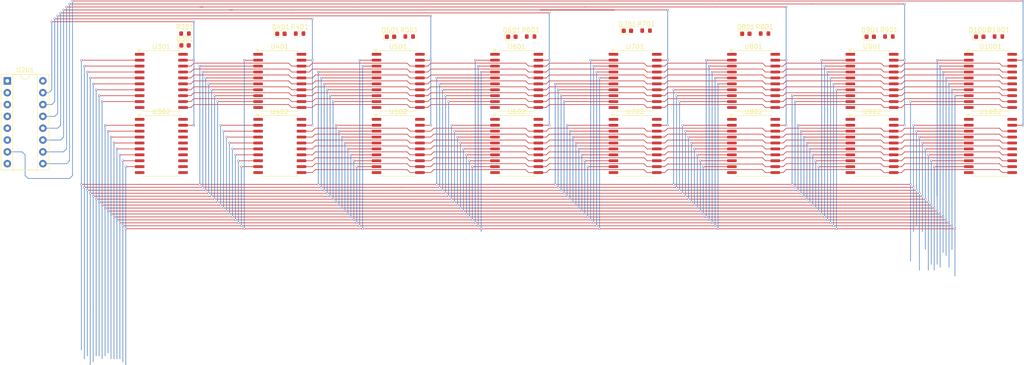
<source format=kicad_pcb>
(kicad_pcb (version 20240108) (generator "pcbnew") (generator_version "8.0")
  (layers (0 "F.Cu" signal) (31 "B.Cu" signal) (34 "B.Paste" user) (35 "F.Paste" user) (36 "B.SilkS" user "B.Silkscreen") (37 "F.SilkS" user "F.Silkscreen") (38 "B.Mask" user) (39 "F.Mask" user) (44 "Edge.Cuts" user))
  (net 0 "")
  (net 1 "Net-(D301-A)")
  (net 2 "Net-(D401-A)")
  (net 3 "Net-(D601-A)")
  (net 4 "Net-(D701-A)")
  (net 5 "Net-(D801-A)")
  (net 6 "Net-(D901-A)")
  (net 7 "Net-(D1001-A)")
  (net 8 "+5V")
  (net 9 "/Shift Block 0/Out7")
  (net 10 "/Shift Block 0/A2")
  (net 11 "/Shift Block 0/Out1")
  (net 12 "/Shift Block 0/Out5")
  (net 13 "/Shift Block 0/A1")
  (net 14 "/Shift Block 0/A4")
  (net 15 "/Shift Block 0/A7")
  (net 16 "GND")
  (net 17 "/Shift Block 0/Out3")
  (net 18 "/Shift Block 0/A6")
  (net 19 "/Shift Block 0/Out6")
  (net 20 "/Shift Block 0/Out4")
  (net 21 "/Shift Block 0/A0")
  (net 22 "/Shift Block 0/Out0")
  (net 23 "/Shift Block 0/A5")
  (net 24 "/Shift Block 0/Out2")
  (net 25 "/Shift Block 0/A3")
  (net 26 "/Shift Block 0/A13")
  (net 27 "/Shift Block 0/A14")
  (net 28 "/Shift Block 0/A9")
  (net 29 "/Shift Block 0/Out9")
  (net 30 "/Shift Block 0/A8")
  (net 31 "/Shift Block 0/Out14")
  (net 32 "/Shift Block 0/Out11")
  (net 33 "/Shift Block 0/A10")
  (net 34 "/Shift Block 0/Out15")
  (net 35 "/Shift Block 0/A12")
  (net 36 "/Shift Block 0/Out8")
  (net 37 "/Shift Block 0/Out13")
  (net 38 "/Shift Block 0/Out10")
  (net 39 "/Shift Block 0/A11")
  (net 40 "/Shift Block 0/A15")
  (net 41 "/Shift Block 0/Out12")
  (net 42 "Net-(D501-A)")
  (net 43 "/Shift Block 0/~{Y0}")
  (net 44 "/Shift Block 0/~{Y1}")
  (net 45 "/Shift Block 0/~{Y2}")
  (net 46 "/Shift Block 0/~{Y3}")
  (net 47 "/Shift Block 0/~{Y4}")
  (net 48 "/Shift Block 0/~{Y5}")
  (net 49 "/Shift Block 0/~{Y6}")
  (net 50 "/Shift Block 0/~{Y7}")
  (footprint "Resistor_SMD:R_0603_1608Metric" (layer "F.Cu") (at 255.715 41.275)
    (property "Reference" "R1001")
    (property "Value" "4k7")
  )
  (footprint "LED_SMD:LED_0603_1608Metric" (layer "F.Cu") (at 125.34 41.315)
    (property "Reference" "D501")
    (property "Value" "Blue")
  )
  (footprint "Package_DIP:DIP-16_W7.62mm_Socket" (layer "F.Cu") (at 43.18 50.8)
    (property "Reference" "U201")
    (property "Value" "74HC138")
  )
  (footprint "Package_SO:SOIC-20W_7.5x12.8mm_P1.27mm" (layer "F.Cu") (at 76.2 50.8)
    (property "Reference" "U301")
    (property "Value" "74HC245")
  )
  (footprint "LED_SMD:LED_0603_1608Metric" (layer "F.Cu") (at 81.28 43.18)
    (property "Reference" "D301")
    (property "Value" "Blue")
  )
  (footprint "LED_SMD:LED_0603_1608Metric" (layer "F.Cu") (at 101.845 40.68)
    (property "Reference" "D401")
    (property "Value" "Blue")
  )
  (footprint "Package_SO:SOIC-20W_7.5x12.8mm_P1.27mm" (layer "F.Cu") (at 177.8 50.8)
    (property "Reference" "U701")
    (property "Value" "74HC245")
  )
  (footprint "LED_SMD:LED_0603_1608Metric" (layer "F.Cu") (at 201.54 40.68)
    (property "Reference" "D801")
    (property "Value" "Blue")
  )
  (footprint "Resistor_SMD:R_0603_1608Metric" (layer "F.Cu") (at 180.15 40.005)
    (property "Reference" "R701")
    (property "Value" "4k7")
  )
  (footprint "Package_SO:SOIC-20W_7.5x12.8mm_P1.27mm" (layer "F.Cu") (at 127 64.77)
    (property "Reference" "U502")
    (property "Value" "74HC245")
  )
  (footprint "Resistor_SMD:R_0603_1608Metric" (layer "F.Cu") (at 205.55 40.64)
    (property "Reference" "R801")
    (property "Value" "4k7")
  )
  (footprint "Package_SO:SOIC-20W_7.5x12.8mm_P1.27mm" (layer "F.Cu") (at 152.4 50.8)
    (property "Reference" "U601")
    (property "Value" "74HC245")
  )
  (footprint "Package_SO:SOIC-20W_7.5x12.8mm_P1.27mm" (layer "F.Cu") (at 254 64.77)
    (property "Reference" "U1002")
    (property "Value" "74HC245")
  )
  (footprint "Package_SO:SOIC-20W_7.5x12.8mm_P1.27mm" (layer "F.Cu") (at 228.6 50.8)
    (property "Reference" "U901")
    (property "Value" "74HC245")
  )
  (footprint "Package_SO:SOIC-20W_7.5x12.8mm_P1.27mm" (layer "F.Cu") (at 101.6 64.77)
    (property "Reference" "U402")
    (property "Value" "74HC245")
  )
  (footprint "Resistor_SMD:R_0603_1608Metric" (layer "F.Cu") (at 232.22 41.275)
    (property "Reference" "R901")
    (property "Value" "4k7")
  )
  (footprint "Package_SO:SOIC-20W_7.5x12.8mm_P1.27mm" (layer "F.Cu") (at 203.2 50.8)
    (property "Reference" "U801")
    (property "Value" "74HC245")
  )
  (footprint "Resistor_SMD:R_0603_1608Metric" (layer "F.Cu") (at 81.28 40.64)
    (property "Reference" "R301")
    (property "Value" "4k7")
  )
  (footprint "Package_SO:SOIC-20W_7.5x12.8mm_P1.27mm" (layer "F.Cu") (at 76.2 64.77)
    (property "Reference" "U302")
    (property "Value" "74HC245")
  )
  (footprint "Package_SO:SOIC-20W_7.5x12.8mm_P1.27mm" (layer "F.Cu") (at 228.6 64.77)
    (property "Reference" "U902")
    (property "Value" "74HC245")
  )
  (footprint "Package_SO:SOIC-20W_7.5x12.8mm_P1.27mm" (layer "F.Cu") (at 127 50.8)
    (property "Reference" "U501")
    (property "Value" "74HC245")
  )
  (footprint "Resistor_SMD:R_0603_1608Metric" (layer "F.Cu") (at 155.385 41.275)
    (property "Reference" "R601")
    (property "Value" "4k7")
  )
  (footprint "LED_SMD:LED_0603_1608Metric" (layer "F.Cu") (at 228.21 41.315)
    (property "Reference" "D901")
    (property "Value" "Blue")
  )
  (footprint "Package_SO:SOIC-20W_7.5x12.8mm_P1.27mm" (layer "F.Cu") (at 101.6 50.8)
    (property "Reference" "U401")
    (property "Value" "74HC245")
  )
  (footprint "LED_SMD:LED_0603_1608Metric" (layer "F.Cu") (at 151.375 41.315)
    (property "Reference" "D601")
    (property "Value" "Blue")
  )
  (footprint "LED_SMD:LED_0603_1608Metric" (layer "F.Cu") (at 251.705 41.315)
    (property "Reference" "D1001")
    (property "Value" "Blue")
  )
  (footprint "Package_SO:SOIC-20W_7.5x12.8mm_P1.27mm" (layer "F.Cu") (at 177.8 64.77)
    (property "Reference" "U702")
    (property "Value" "74HC245")
  )
  (footprint "Resistor_SMD:R_0603_1608Metric" (layer "F.Cu") (at 129.35 41.275)
    (property "Reference" "R501")
    (property "Value" "4k7")
  )
  (footprint "Package_SO:SOIC-20W_7.5x12.8mm_P1.27mm" (layer "F.Cu") (at 254 50.8)
    (property "Reference" "U1001")
    (property "Value" "74HC245")
  )
  (footprint "Resistor_SMD:R_0603_1608Metric" (layer "F.Cu") (at 105.855 40.64)
    (property "Reference" "R401")
    (property "Value" "4k7")
  )
  (footprint "Package_SO:SOIC-20W_7.5x12.8mm_P1.27mm" (layer "F.Cu") (at 152.4 64.77)
    (property "Reference" "U602")
    (property "Value" "74HC245")
  )
  (footprint "LED_SMD:LED_0603_1608Metric" (layer "F.Cu") (at 176.14 40.045)
    (property "Reference" "D701")
    (property "Value" "Blue")
  )
  (footprint "Package_SO:SOIC-20W_7.5x12.8mm_P1.27mm" (layer "F.Cu") (at 203.2 64.77)
    (property "Reference" "U802")
    (property "Value" "74HC245")
  )
  (segment (start 235.585 55.88) (end 255.905 55.88) (width 0.127) (layer "F.Cu") (net 9))
  (segment (start 154.305 55.88) (end 133.985 55.88) (width 0.127) (layer "F.Cu") (net 9))
  (segment (start 133.35 56.515) (end 131.65 56.515) (width 0.127) (layer "F.Cu") (net 9))
  (segment (start 109.22 55.88) (end 108.585 56.515) (width 0.127) (layer "F.Cu") (net 9))
  (segment (start 230.505 55.88) (end 210.185 55.88) (width 0.127) (layer "F.Cu") (net 9))
  (segment (start 159.385 55.88) (end 179.705 55.88) (width 0.127) (layer "F.Cu") (net 9))
  (segment (start 184.15 56.515) (end 182.45 56.515) (width 0.127) (layer "F.Cu") (net 9))
  (segment (start 133.985 55.88) (end 133.35 56.515) (width 0.127) (layer "F.Cu") (net 9))
  (segment (start 205.105 55.88) (end 184.785 55.88) (width 0.127) (layer "F.Cu") (net 9))
  (segment (start 106.25 56.515) (end 104.14 56.515) (width 0.127) (layer "F.Cu") (net 9))
  (segment (start 129.54 56.515) (end 128.905 55.88) (width 0.127) (layer "F.Cu") (net 9))
  (segment (start 210.185 55.88) (end 209.55 56.515) (width 0.127) (layer "F.Cu") (net 9))
  (segment (start 179.705 55.88) (end 180.34 56.515) (width 0.127) (layer "F.Cu") (net 9))
  (segment (start 103.505 55.88) (end 83.185 55.88) (width 0.127) (layer "F.Cu") (net 9))
  (segment (start 131.65 56.515) (end 129.54 56.515) (width 0.127) (layer "F.Cu") (net 9))
  (segment (start 205.74 56.515) (end 205.105 55.88) (width 0.127) (layer "F.Cu") (net 9))
  (segment (start 255.905 55.88) (end 256.54 56.515) (width 0.127) (layer "F.Cu") (net 9))
  (segment (start 158.75 56.515) (end 159.385 55.88) (width 0.127) (layer "F.Cu") (net 9))
  (segment (start 80.85 56.515) (end 82.55 56.515) (width 0.127) (layer "F.Cu") (net 9))
  (segment (start 157.05 56.515) (end 158.75 56.515) (width 0.127) (layer "F.Cu") (net 9))
  (segment (start 180.34 56.515) (end 182.45 56.515) (width 0.127) (layer "F.Cu") (net 9))
  (segment (start 256.54 56.515) (end 258.65 56.515) (width 0.127) (layer "F.Cu") (net 9))
  (segment (start 231.14 56.515) (end 230.505 55.88) (width 0.127) (layer "F.Cu") (net 9))
  (segment (start 128.905 55.88) (end 109.22 55.88) (width 0.127) (layer "F.Cu") (net 9))
  (segment (start 108.585 56.515) (end 106.25 56.515) (width 0.127) (layer "F.Cu") (net 9))
  (segment (start 234.95 56.515) (end 235.585 55.88) (width 0.127) (layer "F.Cu") (net 9))
  (segment (start 82.55 56.515) (end 83.185 55.88) (width 0.127) (layer "F.Cu") (net 9))
  (segment (start 154.94 56.515) (end 154.305 55.88) (width 0.127) (layer "F.Cu") (net 9))
  (segment (start 104.14 56.515) (end 103.505 55.88) (width 0.127) (layer "F.Cu") (net 9))
  (segment (start 207.85 56.515) (end 205.74 56.515) (width 0.127) (layer "F.Cu") (net 9))
  (segment (start 157.05 56.515) (end 154.94 56.515) (width 0.127) (layer "F.Cu") (net 9))
  (segment (start 209.55 56.515) (end 207.85 56.515) (width 0.127) (layer "F.Cu") (net 9))
  (segment (start 233.25 56.515) (end 234.95 56.515) (width 0.127) (layer "F.Cu") (net 9))
  (segment (start 233.25 56.515) (end 231.14 56.515) (width 0.127) (layer "F.Cu") (net 9))
  (segment (start 184.785 55.88) (end 184.15 56.515) (width 0.127) (layer "F.Cu") (net 9))
  (segment (start 249.35 61.595) (end 238.125 61.595) (width 0.127) (layer "F.Cu") (net 10))
  (segment (start 111.125 74.295) (end 136.525 74.295) (width 0.127) (layer "F.Cu") (net 10))
  (segment (start 212.725 74.295) (end 238.125 74.295) (width 0.127) (layer "F.Cu") (net 10))
  (segment (start 187.325 55.245) (end 198.55 55.245) (width 0.127) (layer "F.Cu") (net 10))
  (segment (start 71.55 48.895) (end 60.325 48.895) (width 0.127) (layer "F.Cu") (net 10))
  (segment (start 96.95 50.165) (end 85.725 50.165) (width 0.127) (layer "F.Cu") (net 10))
  (segment (start 85.725 74.295) (end 111.125 74.295) (width 0.127) (layer "F.Cu") (net 10))
  (segment (start 161.925 53.975) (end 173.15 53.975) (width 0.127) (layer "F.Cu") (net 10))
  (segment (start 223.95 60.325) (end 212.725 60.325) (width 0.127) (layer "F.Cu") (net 10))
  (segment (start 161.925 74.295) (end 187.325 74.295) (width 0.127) (layer "F.Cu") (net 10))
  (segment (start 122.35 51.435) (end 111.125 51.435) (width 0.127) (layer "F.Cu") (net 10))
  (segment (start 187.325 74.295) (end 212.725 74.295) (width 0.127) (layer "F.Cu") (net 10))
  (segment (start 147.75 52.705) (end 136.525 52.705) (width 0.127) (layer "F.Cu") (net 10))
  (segment (start 136.525 74.295) (end 161.925 74.295) (width 0.127) (layer "F.Cu") (net 10))
  (segment (start 60.325 74.295) (end 85.725 74.295) (width 0.127) (layer "F.Cu") (net 10))
  (via (at 85.725 50.165) (size 0.45) (drill 0.3) (layers "F.Cu" "B.Cu") (net 10))
  (via (at 238.125 61.595) (size 0.45) (drill 0.3) (layers "F.Cu" "B.Cu") (net 10))
  (via (at 161.925 53.975) (size 0.45) (drill 0.3) (layers "F.Cu" "B.Cu") (net 10))
  (via (at 212.725 60.325) (size 0.45) (drill 0.3) (layers "F.Cu" "B.Cu") (net 10))
  (via (at 111.125 51.435) (size 0.45) (drill 0.3) (layers "F.Cu" "B.Cu") (net 10))
  (via (at 85.725 74.295) (size 0.45) (drill 0.3) (layers "F.Cu" "B.Cu") (net 10))
  (via (at 60.325 48.895) (size 0.45) (drill 0.3) (layers "F.Cu" "B.Cu") (net 10))
  (via (at 111.125 74.295) (size 0.45) (drill 0.3) (layers "F.Cu" "B.Cu") (net 10))
  (via (at 212.725 74.295) (size 0.45) (drill 0.3) (layers "F.Cu" "B.Cu") (net 10))
  (via (at 136.525 74.295) (size 0.45) (drill 0.3) (layers "F.Cu" "B.Cu") (net 10))
  (via (at 187.325 74.295) (size 0.45) (drill 0.3) (layers "F.Cu" "B.Cu") (net 10))
  (via (at 60.325 74.295) (size 0.45) (drill 0.3) (layers "F.Cu" "B.Cu") (net 10))
  (via (at 187.325 55.245) (size 0.45) (drill 0.3) (layers "F.Cu" "B.Cu") (net 10))
  (via (at 136.525 52.705) (size 0.45) (drill 0.3) (layers "F.Cu" "B.Cu") (net 10))
  (via (at 238.125 74.295) (size 0.45) (drill 0.3) (layers "F.Cu" "B.Cu") (net 10))
  (via (at 161.925 74.295) (size 0.45) (drill 0.3) (layers "F.Cu" "B.Cu") (net 10))
  (segment (start 60.325 74.295) (end 60.325 93.98) (width 0.127) (layer "B.Cu") (net 10))
  (segment (start 60.325 48.895) (end 60.325 74.295) (width 0.127) (layer "B.Cu") (net 10))
  (segment (start 161.925 74.295) (end 161.925 53.975) (width 0.127) (layer "B.Cu") (net 10))
  (segment (start 111.125 51.435) (end 111.125 74.295) (width 0.127) (layer "B.Cu") (net 10))
  (segment (start 136.525 74.295) (end 136.525 52.705) (width 0.127) (layer "B.Cu") (net 10))
  (segment (start 238.125 61.595) (end 238.125 74.295) (width 0.127) (layer "B.Cu") (net 10))
  (segment (start 60.325 93.98) (end 60.325 109.855) (width 0.127) (layer "B.Cu") (net 10))
  (segment (start 187.325 74.295) (end 187.325 55.245) (width 0.127) (layer "B.Cu") (net 10))
  (segment (start 212.725 74.295) (end 212.725 60.325) (width 0.127) (layer "B.Cu") (net 10))
  (segment (start 85.725 50.165) (end 85.725 74.295) (width 0.127) (layer "B.Cu") (net 10))
  (segment (start 238.125 74.295) (end 238.125 81.915) (width 0.127) (layer "B.Cu") (net 10))
  (segment (start 255.905 48.26) (end 235.585 48.26) (width 0.127) (layer "F.Cu") (net 11))
  (segment (start 158.75 48.895) (end 157.05 48.895) (width 0.127) (layer "F.Cu") (net 11))
  (segment (start 231.14 48.895) (end 230.505 48.26) (width 0.127) (layer "F.Cu") (net 11))
  (segment (start 154.94 48.895) (end 154.305 48.26) (width 0.127) (layer "F.Cu") (net 11))
  (segment (start 235.585 48.26) (end 234.95 48.895) (width 0.127) (layer "F.Cu") (net 11))
  (segment (start 106.25 48.895) (end 104.14 48.895) (width 0.127) (layer "F.Cu") (net 11))
  (segment (start 82.55 48.895) (end 83.185 48.26) (width 0.127) (layer "F.Cu") (net 11))
  (segment (start 159.385 48.26) (end 158.75 48.895) (width 0.127) (layer "F.Cu") (net 11))
  (segment (start 129.54 48.895) (end 128.905 48.26) (width 0.127) (layer "F.Cu") (net 11))
  (segment (start 104.14 48.895) (end 103.505 48.26) (width 0.127) (layer "F.Cu") (net 11))
  (segment (start 205.74 48.895) (end 205.105 48.26) (width 0.127) (layer "F.Cu") (net 11))
  (segment (start 128.905 48.26) (end 108.585 48.26) (width 0.127) (layer "F.Cu") (net 11))
  (segment (start 108.585 48.26) (end 107.95 48.895) (width 0.127) (layer "F.Cu") (net 11))
  (segment (start 230.505 48.26) (end 210.185 48.26) (width 0.127) (layer "F.Cu") (net 11))
  (segment (start 133.985 48.26) (end 133.35 48.895) (width 0.127) (layer "F.Cu") (net 11))
  (segment (start 182.45 48.895) (end 180.34 48.895) (width 0.127) (layer "F.Cu") (net 11))
  (segment (start 205.105 48.26) (end 184.785 48.26) (width 0.127) (layer "F.Cu") (net 11))
  (segment (start 103.505 48.26) (end 83.185 48.26) (width 0.127) (layer "F.Cu") (net 11))
  (segment (start 180.34 48.895) (end 179.705 48.26) (width 0.127) (layer "F.Cu") (net 11))
  (segment (start 131.65 48.895) (end 129.54 48.895) (width 0.127) (layer "F.Cu") (net 11))
  (segment (start 154.305 48.26) (end 133.985 48.26) (width 0.127) (layer "F.Cu") (net 11))
  (segment (start 184.785 48.26) (end 184.15 48.895) (width 0.127) (layer "F.Cu") (net 11))
  (segment (start 256.54 48.895) (end 255.905 48.26) (width 0.127) (layer "F.Cu") (net 11))
  (segment (start 234.95 48.895) (end 233.25 48.895) (width 0.127) (layer "F.Cu") (net 11))
  (segment (start 209.55 48.895) (end 207.85 48.895) (width 0.127) (layer "F.Cu") (net 11))
  (segment (start 157.05 48.895) (end 154.94 48.895) (width 0.127) (layer "F.Cu") (net 11))
  (segment (start 233.25 48.895) (end 231.14 48.895) (width 0.127) (layer "F.Cu") (net 11))
  (segment (start 258.65 48.895) (end 256.54 48.895) (width 0.127) (layer "F.Cu") (net 11))
  (segment (start 133.35 48.895) (end 131.65 48.895) (width 0.127) (layer "F.Cu") (net 11))
  (segment (start 80.85 48.895) (end 82.55 48.895) (width 0.127) (layer "F.Cu") (net 11))
  (segment (start 107.95 48.895) (end 106.25 48.895) (width 0.127) (layer "F.Cu") (net 11))
  (segment (start 210.185 48.26) (end 209.55 48.895) (width 0.127) (layer "F.Cu") (net 11))
  (segment (start 179.705 48.26) (end 159.385 48.26) (width 0.127) (layer "F.Cu") (net 11))
  (segment (start 184.15 48.895) (end 182.45 48.895) (width 0.127) (layer "F.Cu") (net 11))
  (segment (start 207.85 48.895) (end 205.74 48.895) (width 0.127) (layer "F.Cu") (net 11))
  (segment (start 180.34 53.975) (end 179.705 53.34) (width 0.127) (layer "F.Cu") (net 12))
  (segment (start 233.25 53.975) (end 234.95 53.975) (width 0.127) (layer "F.Cu") (net 12))
  (segment (start 157.05 53.975) (end 154.94 53.975) (width 0.127) (layer "F.Cu") (net 12))
  (segment (start 158.75 53.975) (end 157.05 53.975) (width 0.127) (layer "F.Cu") (net 12))
  (segment (start 80.85 53.975) (end 82.55 53.975) (width 0.127) (layer "F.Cu") (net 12))
  (segment (start 104.14 53.975) (end 103.505 53.34) (width 0.127) (layer "F.Cu") (net 12))
  (segment (start 255.905 53.34) (end 256.54 53.975) (width 0.127) (layer "F.Cu") (net 12))
  (segment (start 234.95 53.975) (end 235.585 53.34) (width 0.127) (layer "F.Cu") (net 12))
  (segment (start 184.15 53.975) (end 182.45 53.975) (width 0.127) (layer "F.Cu") (net 12))
  (segment (start 231.14 53.975) (end 230.505 53.34) (width 0.127) (layer "F.Cu") (net 12))
  (segment (start 154.305 53.34) (end 133.985 53.34) (width 0.127) (layer "F.Cu") (net 12))
  (segment (start 230.505 53.34) (end 210.185 53.34) (width 0.127) (layer "F.Cu") (net 12))
  (segment (start 108.585 53.975) (end 106.25 53.975) (width 0.127) (layer "F.Cu") (net 12))
  (segment (start 233.25 53.975) (end 231.14 53.975) (width 0.127) (layer "F.Cu") (net 12))
  (segment (start 128.905 53.34) (end 109.22 53.34) (width 0.127) (layer "F.Cu") (net 12))
  (segment (start 205.105 53.34) (end 184.785 53.34) (width 0.127) (layer "F.Cu") (net 12))
  (segment (start 109.22 53.34) (end 108.585 53.975) (width 0.127) (layer "F.Cu") (net 12))
  (segment (start 133.985 53.34) (end 133.35 53.975) (width 0.127) (layer "F.Cu") (net 12))
  (segment (start 207.85 53.975) (end 205.74 53.975) (width 0.127) (layer "F.Cu") (net 12))
  (segment (start 133.35 53.975) (end 131.65 53.975) (width 0.127) (layer "F.Cu") (net 12))
  (segment (start 184.785 53.34) (end 184.15 53.975) (width 0.127) (layer "F.Cu") (net 12))
  (segment (start 129.54 53.975) (end 128.905 53.34) (width 0.127) (layer "F.Cu") (net 12))
  (segment (start 210.185 53.34) (end 209.55 53.975) (width 0.127) (layer "F.Cu") (net 12))
  (segment (start 82.55 53.975) (end 83.185 53.34) (width 0.127) (layer "F.Cu") (net 12))
  (segment (start 154.94 53.975) (end 154.305 53.34) (width 0.127) (layer "F.Cu") (net 12))
  (segment (start 179.705 53.34) (end 159.385 53.34) (width 0.127) (layer "F.Cu") (net 12))
  (segment (start 256.54 53.975) (end 258.65 53.975) (width 0.127) (layer "F.Cu") (net 12))
  (segment (start 103.505 53.34) (end 83.185 53.34) (width 0.127) (layer "F.Cu") (net 12))
  (segment (start 235.585 53.34) (end 255.905 53.34) (width 0.127) (layer "F.Cu") (net 12))
  (segment (start 159.385 53.34) (end 158.75 53.975) (width 0.127) (layer "F.Cu") (net 12))
  (segment (start 182.45 53.975) (end 180.34 53.975) (width 0.127) (layer "F.Cu") (net 12))
  (segment (start 131.65 53.975) (end 129.54 53.975) (width 0.127) (layer "F.Cu") (net 12))
  (segment (start 209.55 53.975) (end 207.85 53.975) (width 0.127) (layer "F.Cu") (net 12))
  (segment (start 205.74 53.975) (end 205.105 53.34) (width 0.127) (layer "F.Cu") (net 12))
  (segment (start 106.25 53.975) (end 104.14 53.975) (width 0.127) (layer "F.Cu") (net 12))
  (segment (start 161.29 52.705) (end 173.15 52.705) (width 0.127) (layer "F.Cu") (net 13))
  (segment (start 147.75 51.435) (end 135.89 51.435) (width 0.127) (layer "F.Cu") (net 13))
  (segment (start 161.29 73.66) (end 135.89 73.66) (width 0.127) (layer "F.Cu") (net 13))
  (segment (start 186.69 53.975) (end 198.55 53.975) (width 0.127) (layer "F.Cu") (net 13))
  (segment (start 71.55 47.625) (end 59.69 47.625) (width 0.127) (layer "F.Cu") (net 13))
  (segment (start 122.35 50.165) (end 110.49 50.165) (width 0.127) (layer "F.Cu") (net 13))
  (segment (start 223.95 55.245) (end 212.09 55.245) (width 0.127) (layer "F.Cu") (net 13))
  (segment (start 135.89 73.66) (end 127.635 73.66) (width 0.127) (layer "F.Cu") (net 13))
  (segment (start 162.56 73.66) (end 161.29 73.66) (width 0.127) (layer "F.Cu") (net 13))
  (segment (start 85.09 73.66) (end 59.69 73.66) (width 0.127) (layer "F.Cu") (net 13))
  (segment (start 96.95 48.895) (end 85.09 48.895) (width 0.127) (layer "F.Cu") (net 13))
  (segment (start 127.635 73.66) (end 110.49 73.66) (width 0.127) (layer "F.Cu") (net 13))
  (segment (start 186.69 73.66) (end 162.56 73.66) (width 0.127) (layer "F.Cu") (net 13))
  (segment (start 212.09 73.66) (end 186.69 73.66) (width 0.127) (layer "F.Cu") (net 13))
  (segment (start 249.35 60.325) (end 237.49 60.325) (width 0.127) (layer "F.Cu") (net 13))
  (segment (start 110.49 73.66) (end 85.09 73.66) (width 0.127) (layer "F.Cu") (net 13))
  (segment (start 217.17 73.66) (end 212.09 73.66) (width 0.127) (layer "F.Cu") (net 13))
  (segment (start 237.49 73.66) (end 217.17 73.66) (width 0.127) (layer "F.Cu") (net 13))
  (via (at 135.89 51.435) (size 0.45) (drill 0.3) (layers "F.Cu" "B.Cu") (net 13))
  (via (at 237.49 60.325) (size 0.45) (drill 0.3) (layers "F.Cu" "B.Cu") (net 13))
  (via (at 85.09 73.66) (size 0.45) (drill 0.3) (layers "F.Cu" "B.Cu") (net 13))
  (via (at 212.09 55.245) (size 0.45) (drill 0.3) (layers "F.Cu" "B.Cu") (net 13))
  (via (at 110.49 73.66) (size 0.45) (drill 0.3) (layers "F.Cu" "B.Cu") (net 13))
  (via (at 59.69 47.625) (size 0.45) (drill 0.3) (layers "F.Cu" "B.Cu") (net 13))
  (via (at 59.69 73.66) (size 0.45) (drill 0.3) (layers "F.Cu" "B.Cu") (net 13))
  (via (at 237.49 73.66) (size 0.45) (drill 0.3) (layers "F.Cu" "B.Cu") (net 13))
  (via (at 186.69 73.66) (size 0.45) (drill 0.3) (layers "F.Cu" "B.Cu") (net 13))
  (via (at 186.69 53.975) (size 0.45) (drill 0.3) (layers "F.Cu" "B.Cu") (net 13))
  (via (at 212.09 73.66) (size 0.45) (drill 0.3) (layers "F.Cu" "B.Cu") (net 13))
  (via (at 161.29 73.66) (size 0.45) (drill 0.3) (layers "F.Cu" "B.Cu") (net 13))
  (via (at 110.49 50.165) (size 0.45) (drill 0.3) (layers "F.Cu" "B.Cu") (net 13))
  (via (at 135.89 73.66) (size 0.45) (drill 0.3) (layers "F.Cu" "B.Cu") (net 13))
  (via (at 161.29 52.705) (size 0.45) (drill 0.3) (layers "F.Cu" "B.Cu") (net 13))
  (via (at 85.09 48.895) (size 0.45) (drill 0.3) (layers "F.Cu" "B.Cu") (net 13))
  (segment (start 59.69 73.66) (end 59.69 95.25) (width 0.127) (layer "B.Cu") (net 13))
  (segment (start 237.49 73.66) (end 237.49 83.185) (width 0.127) (layer "B.Cu") (net 13))
  (segment (start 110.49 73.66) (end 110.49 50.165) (width 0.127) (layer "B.Cu") (net 13))
  (segment (start 212.09 73.66) (end 212.09 55.245) (width 0.127) (layer "B.Cu") (net 13))
  (segment (start 237.49 60.325) (end 237.49 73.66) (width 0.127) (layer "B.Cu") (net 13))
  (segment (start 85.09 48.895) (end 85.09 73.66) (width 0.127) (layer "B.Cu") (net 13))
  (segment (start 186.69 73.66) (end 186.69 53.975) (width 0.127) (layer "B.Cu") (net 13))
  (segment (start 59.69 73.66) (end 59.69 47.625) (width 0.127) (layer "B.Cu") (net 13))
  (segment (start 161.29 73.66) (end 161.29 52.705) (width 0.127) (layer "B.Cu") (net 13))
  (segment (start 59.69 95.25) (end 59.69 110.49) (width 0.127) (layer "B.Cu") (net 13))
  (segment (start 135.89 51.435) (end 135.89 73.66) (width 0.127) (layer "B.Cu") (net 13))
  (segment (start 137.795 75.565) (end 112.395 75.565) (width 0.127) (layer "F.Cu") (net 14))
  (segment (start 240.03 64.135) (end 239.395 64.135) (width 0.127) (layer "F.Cu") (net 14))
  (segment (start 188.595 61.595) (end 198.55 61.595) (width 0.127) (layer "F.Cu") (net 14))
  (segment (start 239.395 75.565) (end 213.995 75.565) (width 0.127) (layer "F.Cu") (net 14))
  (segment (start 213.995 75.565) (end 188.595 75.565) (width 0.127) (layer "F.Cu") (net 14))
  (segment (start 86.995 75.565) (end 61.595 75.565) (width 0.127) (layer "F.Cu") (net 14))
  (segment (start 163.195 60.325) (end 173.15 60.325) (width 0.127) (layer "F.Cu") (net 14))
  (segment (start 249.35 64.135) (end 240.03 64.135) (width 0.127) (layer "F.Cu") (net 14))
  (segment (start 112.395 75.565) (end 86.995 75.565) (width 0.127) (layer "F.Cu") (net 14))
  (segment (start 71.55 51.435) (end 61.595 51.435) (width 0.127) (layer "F.Cu") (net 14))
  (segment (start 163.195 75.565) (end 137.795 75.565) (width 0.127) (layer "F.Cu") (net 14))
  (segment (start 147.75 55.245) (end 137.795 55.245) (width 0.127) (layer "F.Cu") (net 14))
  (segment (start 122.35 53.975) (end 112.395 53.975) (width 0.127) (layer "F.Cu") (net 14))
  (segment (start 96.95 52.705) (end 86.995 52.705) (width 0.127) (layer "F.Cu") (net 14))
  (segment (start 188.595 75.565) (end 163.195 75.565) (width 0.127) (layer "F.Cu") (net 14))
  (segment (start 223.95 62.865) (end 213.995 62.865) (width 0.127) (layer "F.Cu") (net 14))
  (via (at 61.595 51.435) (size 0.45) (drill 0.3) (layers "F.Cu" "B.Cu") (net 14))
  (via (at 213.995 62.865) (size 0.45) (drill 0.3) (layers "F.Cu" "B.Cu") (net 14))
  (via (at 213.995 75.565) (size 0.45) (drill 0.3) (layers "F.Cu" "B.Cu") (net 14))
  (via (at 163.195 75.565) (size 0.45) (drill 0.3) (layers "F.Cu" "B.Cu") (net 14))
  (via (at 61.595 75.565) (size 0.45) (drill 0.3) (layers "F.Cu" "B.Cu") (net 14))
  (via (at 188.595 61.595) (size 0.45) (drill 0.3) (layers "F.Cu" "B.Cu") (net 14))
  (via (at 112.395 53.975) (size 0.45) (drill 0.3) (layers "F.Cu" "B.Cu") (net 14))
  (via (at 137.795 75.565) (size 0.45) (drill 0.3) (layers "F.Cu" "B.Cu") (net 14))
  (via (at 86.995 75.565) (size 0.45) (drill 0.3) (layers "F.Cu" "B.Cu") (net 14))
  (via (at 163.195 60.325) (size 0.45) (drill 0.3) (layers "F.Cu" "B.Cu") (net 14))
  (via (at 239.395 75.565) (size 0.45) (drill 0.3) (layers "F.Cu" "B.Cu") (net 14))
  (via (at 188.595 75.565) (size 0.45) (drill 0.3) (layers "F.Cu" "B.Cu") (net 14))
  (via (at 137.795 55.245) (size 0.45) (drill 0.3) (layers "F.Cu" "B.Cu") (net 14))
  (via (at 239.395 64.135) (size 0.45) (drill 0.3) (layers "F.Cu" "B.Cu") (net 14))
  (via (at 86.995 52.705) (size 0.45) (drill 0.3) (layers "F.Cu" "B.Cu") (net 14))
  (via (at 112.395 75.565) (size 0.45) (drill 0.3) (layers "F.Cu" "B.Cu") (net 14))
  (segment (start 112.395 53.975) (end 112.395 75.565) (width 0.127) (layer "B.Cu") (net 14))
  (segment (start 86.995 52.705) (end 86.995 71.755) (width 0.127) (layer "B.Cu") (net 14))
  (segment (start 213.995 75.565) (end 213.995 62.865) (width 0.127) (layer "B.Cu") (net 14))
  (segment (start 163.195 75.565) (end 163.195 60.325) (width 0.127) (layer "B.Cu") (net 14))
  (segment (start 61.595 75.565) (end 61.595 111.125) (width 0.127) (layer "B.Cu") (net 14))
  (segment (start 61.595 51.435) (end 61.595 75.565) (width 0.127) (layer "B.Cu") (net 14))
  (segment (start 239.395 75.565) (end 239.395 83.185) (width 0.127) (layer "B.Cu") (net 14))
  (segment (start 86.995 71.755) (end 86.995 75.565) (width 0.127) (layer "B.Cu") (net 14))
  (segment (start 137.795 55.245) (end 137.795 75.565) (width 0.127) (layer "B.Cu") (net 14))
  (segment (start 239.395 64.135) (end 239.395 75.565) (width 0.127) (layer "B.Cu") (net 14))
  (segment (start 188.595 75.565) (end 188.595 61.595) (width 0.127) (layer "B.Cu") (net 14))
  (segment (start 249.35 67.945) (end 241.935 67.945) (width 0.127) (layer "F.Cu") (net 15))
  (segment (start 139.7 62.865) (end 147.75 62.865) (width 0.127) (layer "F.Cu") (net 15))
  (segment (start 71.55 55.245) (end 63.5 55.245) (width 0.127) (layer "F.Cu") (net 15))
  (segment (start 88.9 77.47) (end 63.5 77.47) (width 0.127) (layer "F.Cu") (net 15))
  (segment (start 223.95 66.675) (end 215.9 66.675) (width 0.127) (layer "F.Cu") (net 15))
  (segment (start 165.1 64.135) (end 173.15 64.135) (width 0.127) (layer "F.Cu") (net 15))
  (segment (start 241.3 77.47) (end 215.9 77.47) (width 0.127) (layer "F.Cu") (net 15))
  (segment (start 241.935 67.945) (end 241.3 67.945) (width 0.127) (layer "F.Cu") (net 15))
  (segment (start 96.95 60.325) (end 88.9 60.325) (width 0.127) (layer "F.Cu") (net 15))
  (segment (start 139.7 77.47) (end 114.3 77.47) (width 0.127) (layer "F.Cu") (net 15))
  (segment (start 114.3 77.47) (end 88.9 77.47) (width 0.127) (layer "F.Cu") (net 15))
  (segment (start 190.5 77.47) (end 165.1 77.47) (width 0.127) (layer "F.Cu") (net 15))
  (segment (start 190.5 65.405) (end 198.55 65.405) (width 0.127) (layer "F.Cu") (net 15))
  (segment (start 165.1 77.47) (end 139.7 77.47) (width 0.127) (layer "F.Cu") (net 15))
  (segment (start 215.9 77.47) (end 190.5 77.47) (width 0.127) (layer "F.Cu") (net 15))
  (segment (start 122.35 61.595) (end 114.3 61.595) (width 0.127) (layer "F.Cu") (net 15))
  (via (at 114.3 61.595) (size 0.45) (drill 0.3) (layers "F.Cu" "B.Cu") (net 15))
  (via (at 165.1 64.135) (size 0.45) (drill 0.3) (layers "F.Cu" "B.Cu") (net 15))
  (via (at 88.9 77.47) (size 0.45) (drill 0.3) (layers "F.Cu" "B.Cu") (net 15))
  (via (at 165.1 77.47) (size 0.45) (drill 0.3) (layers "F.Cu" "B.Cu") (net 15))
  (via (at 215.9 66.675) (size 0.45) (drill 0.3) (layers "F.Cu" "B.Cu") (net 15))
  (via (at 114.3 77.47) (size 0.45) (drill 0.3) (layers "F.Cu" "B.Cu") (net 15))
  (via (at 63.5 55.245) (size 0.45) (drill 0.3) (layers "F.Cu" "B.Cu") (net 15))
  (via (at 215.9 77.47) (size 0.45) (drill 0.3) (layers "F.Cu" "B.Cu") (net 15))
  (via (at 190.5 77.47) (size 0.45) (drill 0.3) (layers "F.Cu" "B.Cu") (net 15))
  (via (at 241.3 77.47) (size 0.45) (drill 0.3) (layers "F.Cu" "B.Cu") (net 15))
  (via (at 139.7 77.47) (size 0.45) (drill 0.3) (layers "F.Cu" "B.Cu") (net 15))
  (via (at 190.5 65.405) (size 0.45) (drill 0.3) (layers "F.Cu" "B.Cu") (net 15))
  (via (at 241.3 67.945) (size 0.45) (drill 0.3) (layers "F.Cu" "B.Cu") (net 15))
  (via (at 139.7 62.865) (size 0.45) (drill 0.3) (layers "F.Cu" "B.Cu") (net 15))
  (via (at 63.5 77.47) (size 0.45) (drill 0.3) (layers "F.Cu" "B.Cu") (net 15))
  (via (at 88.9 60.325) (size 0.45) (drill 0.3) (layers "F.Cu" "B.Cu") (net 15))
  (segment (start 241.3 67.945) (end 241.3 77.47) (width 0.127) (layer "B.Cu") (net 15))
  (segment (start 241.3 77.47) (end 241.3 90.17) (width 0.127) (layer "B.Cu") (net 15))
  (segment (start 114.3 61.595) (end 114.3 77.47) (width 0.127) (layer "B.Cu") (net 15))
  (segment (start 165.1 77.47) (end 165.1 64.135) (width 0.127) (layer "B.Cu") (net 15))
  (segment (start 139.7 77.47) (end 139.7 62.865) (width 0.127) (layer "B.Cu") (net 15))
  (segment (start 215.9 77.47) (end 215.9 66.675) (width 0.127) (layer "B.Cu") (net 15))
  (segment (start 63.5 55.245) (end 63.5 77.47) (width 0.127) (layer "B.Cu") (net 15))
  (segment (start 63.5 77.47) (end 63.5 110.49) (width 0.127) (layer "B.Cu") (net 15))
  (segment (start 88.9 60.325) (end 88.9 77.47) (width 0.127) (layer "B.Cu") (net 15))
  (segment (start 190.5 77.47) (end 190.5 65.405) (width 0.127) (layer "B.Cu") (net 15))
  (segment (start 82.55 51.435) (end 83.185 50.8) (width 0.127) (layer "F.Cu") (net 17))
  (segment (start 109.22 50.8) (end 108.585 51.435) (width 0.127) (layer "F.Cu") (net 17))
  (segment (start 157.05 51.435) (end 154.94 51.435) (width 0.127) (layer "F.Cu") (net 17))
  (segment (start 158.75 51.435) (end 157.05 51.435) (width 0.127) (layer "F.Cu") (net 17))
  (segment (start 108.585 51.435) (end 106.25 51.435) (width 0.127) (layer "F.Cu") (net 17))
  (segment (start 233.25 51.435) (end 231.14 51.435) (width 0.127) (layer "F.Cu") (net 17))
  (segment (start 230.505 50.8) (end 210.185 50.8) (width 0.127) (layer "F.Cu") (net 17))
  (segment (start 129.54 51.435) (end 128.905 50.8) (width 0.127) (layer "F.Cu") (net 17))
  (segment (start 80.85 51.435) (end 82.55 51.435) (width 0.127) (layer "F.Cu") (net 17))
  (segment (start 233.25 51.435) (end 234.95 51.435) (width 0.127) (layer "F.Cu") (net 17))
  (segment (start 133.35 51.435) (end 131.65 51.435) (width 0.127) (layer "F.Cu") (net 17))
  (segment (start 133.985 50.8) (end 133.35 51.435) (width 0.127) (layer "F.Cu") (net 17))
  (segment (start 159.385 50.8) (end 158.75 51.435) (width 0.127) (layer "F.Cu") (net 17))
  (segment (start 103.505 50.8) (end 83.185 50.8) (width 0.127) (layer "F.Cu") (net 17))
  (segment (start 235.585 50.8) (end 255.905 50.8) (width 0.127) (layer "F.Cu") (net 17))
  (segment (start 131.65 51.435) (end 129.54 51.435) (width 0.127) (layer "F.Cu") (net 17))
  (segment (start 128.905 50.8) (end 109.22 50.8) (width 0.127) (layer "F.Cu") (net 17))
  (segment (start 255.905 50.8) (end 256.54 51.435) (width 0.127) (layer "F.Cu") (net 17))
  (segment (start 256.54 51.435) (end 258.65 51.435) (width 0.127) (layer "F.Cu") (net 17))
  (segment (start 209.55 51.435) (end 207.85 51.435) (width 0.127) (layer "F.Cu") (net 17))
  (segment (start 210.185 50.8) (end 209.55 51.435) (width 0.127) (layer "F.Cu") (net 17))
  (segment (start 231.14 51.435) (end 230.505 50.8) (width 0.127) (layer "F.Cu") (net 17))
  (segment (start 207.85 51.435) (end 205.74 51.435) (width 0.127) (layer "F.Cu") (net 17))
  (segment (start 184.15 51.435) (end 182.45 51.435) (width 0.127) (layer "F.Cu") (net 17))
  (segment (start 154.94 51.435) (end 154.305 50.8) (width 0.127) (layer "F.Cu") (net 17))
  (segment (start 179.705 50.8) (end 159.385 50.8) (width 0.127) (layer "F.Cu") (net 17))
  (segment (start 205.74 51.435) (end 205.105 50.8) (width 0.127) (layer "F.Cu") (net 17))
  (segment (start 205.105 50.8) (end 184.785 50.8) (width 0.127) (layer "F.Cu") (net 17))
  (segment (start 106.25 51.435) (end 104.14 51.435) (width 0.127) (layer "F.Cu") (net 17))
  (segment (start 182.45 51.435) (end 180.34 51.435) (width 0.127) (layer "F.Cu") (net 17))
  (segment (start 154.305 50.8) (end 133.985 50.8) (width 0.127) (layer "F.Cu") (net 17))
  (segment (start 180.34 51.435) (end 179.705 50.8) (width 0.127) (layer "F.Cu") (net 17))
  (segment (start 234.95 51.435) (end 235.585 50.8) (width 0.127) (layer "F.Cu") (net 17))
  (segment (start 184.785 50.8) (end 184.15 51.435) (width 0.127) (layer "F.Cu") (net 17))
  (segment (start 104.14 51.435) (end 103.505 50.8) (width 0.127) (layer "F.Cu") (net 17))
  (segment (start 96.95 55.245) (end 88.265 55.245) (width 0.127) (layer "F.Cu") (net 18))
  (segment (start 122.35 60.325) (end 113.665 60.325) (width 0.127) (layer "F.Cu") (net 18))
  (segment (start 88.265 76.835) (end 113.665 76.835) (width 0.127) (layer "F.Cu") (net 18))
  (segment (start 223.95 65.405) (end 215.265 65.405) (width 0.127) (layer "F.Cu") (net 18))
  (segment (start 189.865 76.835) (end 215.265 76.835) (width 0.127) (layer "F.Cu") (net 18))
  (segment (start 139.065 76.835) (end 164.465 76.835) (width 0.127) (layer "F.Cu") (net 18))
  (segment (start 71.55 53.975) (end 62.865 53.975) (width 0.127) (layer "F.Cu") (net 18))
  (segment (start 164.465 76.835) (end 189.865 76.835) (width 0.127) (layer "F.Cu") (net 18))
  (segment (start 62.865 76.835) (end 88.265 76.835) (width 0.127) (layer "F.Cu") (net 18))
  (segment (start 249.35 66.675) (end 241.3 66.675) (width 0.127) (layer "F.Cu") (net 18))
  (segment (start 113.665 76.835) (end 139.065 76.835) (width 0.127) (layer "F.Cu") (net 18))
  (segment (start 215.265 76.835) (end 240.665 76.835) (width 0.127) (layer "F.Cu") (net 18))
  (segment (start 189.865 64.135) (end 198.55 64.135) (width 0.127) (layer "F.Cu") (net 18))
  (segment (start 164.465 62.865) (end 173.15 62.865) (width 0.127) (layer "F.Cu") (net 18))
  (segment (start 241.3 66.675) (end 240.665 66.675) (width 0.127) (layer "F.Cu") (net 18))
  (segment (start 147.75 61.595) (end 139.065 61.595) (width 0.127) (layer "F.Cu") (net 18))
  (via (at 215.265 76.835) (size 0.45) (drill 0.3) (layers "F.Cu" "B.Cu") (net 18))
  (via (at 189.865 76.835) (size 0.45) (drill 0.3) (layers "F.Cu" "B.Cu") (net 18))
  (via (at 240.665 66.675) (size 0.45) (drill 0.3) (layers "F.Cu" "B.Cu") (net 18))
  (via (at 139.065 76.835) (size 0.45) (drill 0.3) (layers "F.Cu" "B.Cu") (net 18))
  (via (at 164.465 62.865) (size 0.45) (drill 0.3) (layers "F.Cu" "B.Cu") (net 18))
  (via (at 164.465 76.835) (size 0.45) (drill 0.3) (layers "F.Cu" "B.Cu") (net 18))
  (via (at 88.265 76.835) (size 0.45) (drill 0.3) (layers "F.Cu" "B.Cu") (net 18))
  (via (at 139.065 61.595) (size 0.45) (drill 0.3) (layers "F.Cu" "B.Cu") (net 18))
  (via (at 240.665 76.835) (size 0.45) (drill 0.3) (layers "F.Cu" "B.Cu") (net 18))
  (via (at 189.865 64.135) (size 0.45) (drill 0.3) (layers "F.Cu" "B.Cu") (net 18))
  (via (at 62.865 76.835) (size 0.45) (drill 0.3) (layers "F.Cu" "B.Cu") (net 18))
  (via (at 88.265 55.245) (size 0.45) (drill 0.3) (layers "F.Cu" "B.Cu") (net 18))
  (via (at 113.665 60.325) (size 0.45) (drill 0.3) (layers "F.Cu" "B.Cu") (net 18))
  (via (at 215.265 65.405) (size 0.45) (drill 0.3) (layers "F.Cu" "B.Cu") (net 18))
  (via (at 62.865 53.975) (size 0.45) (drill 0.3) (layers "F.Cu" "B.Cu") (net 18))
  (via (at 113.665 76.835) (size 0.45) (drill 0.3) (layers "F.Cu" "B.Cu") (net 18))
  (segment (start 88.265 71.755) (end 88.265 76.835) (width 0.127) (layer "B.Cu") (net 18))
  (segment (start 62.865 53.975) (end 62.865 60.96) (width 0.127) (layer "B.Cu") (net 18))
  (segment (start 164.465 76.835) (end 164.465 62.865) (width 0.127) (layer "B.Cu") (net 18))
  (segment (start 88.265 55.245) (end 88.265 71.755) (width 0.127) (layer "B.Cu") (net 18))
  (segment (start 240.665 66.675) (end 240.665 76.835) (width 0.127) (layer "B.Cu") (net 18))
  (segment (start 62.865 76.835) (end 62.865 109.855) (width 0.127) (layer "B.Cu") (net 18))
  (segment (start 139.065 61.595) (end 139.065 76.835) (width 0.127) (layer "B.Cu") (net 18))
  (segment (start 240.665 76.835) (end 240.665 91.44) (width 0.127) (layer "B.Cu") (net 18))
  (segment (start 215.265 76.835) (end 215.265 65.405) (width 0.127) (layer "B.Cu") (net 18))
  (segment (start 113.665 60.325) (end 113.665 76.835) (width 0.127) (layer "B.Cu") (net 18))
  (segment (start 189.865 76.835) (end 189.865 64.135) (width 0.127) (layer "B.Cu") (net 18))
  (segment (start 62.865 60.96) (end 62.865 76.835) (width 0.127) (layer "B.Cu") (net 18))
  (segment (start 258.65 55.245) (end 256.54 55.245) (width 0.127) (layer "F.Cu") (net 19))
  (segment (start 231.14 55.245) (end 233.25 55.245) (width 0.127) (layer "F.Cu") (net 19))
  (segment (start 154.94 55.245) (end 157.05 55.245) (width 0.127) (layer "F.Cu") (net 19))
  (segment (start 205.105 54.61) (end 205.74 55.245) (width 0.127) (layer "F.Cu") (net 19))
  (segment (start 210.185 54.61) (end 230.505 54.61) (width 0.127) (layer "F.Cu") (net 19))
  (segment (start 180.34 55.245) (end 182.45 55.245) (width 0.127) (layer "F.Cu") (net 19))
  (segment (start 205.74 55.245) (end 207.85 55.245) (width 0.127) (layer "F.Cu") (net 19))
  (segment (start 209.55 55.245) (end 210.185 54.61) (width 0.127) (layer "F.Cu") (net 19))
  (segment (start 128.905 54.61) (end 109.22 54.61) (width 0.127) (layer "F.Cu") (net 19))
  (segment (start 184.785 54.61) (end 205.105 54.61) (width 0.127) (layer "F.Cu") (net 19))
  (segment (start 255.905 54.61) (end 235.585 54.61) (width 0.127) (layer "F.Cu") (net 19))
  (segment (start 129.54 55.245) (end 128.905 54.61) (width 0.127) (layer "F.Cu") (net 19))
  (segment (start 109.22 54.61) (end 108.585 55.245) (width 0.127) (layer "F.Cu") (net 19))
  (segment (start 235.585 54.61) (end 234.95 55.245) (width 0.127) (layer "F.Cu") (net 19))
  (segment (start 106.25 55.245) (end 104.14 55.245) (width 0.127) (layer "F.Cu") (net 19))
  (segment (start 133.35 55.245) (end 133.985 54.61) (width 0.127) (layer "F.Cu") (net 19))
  (segment (start 104.14 55.245) (end 103.505 54.61) (width 0.127) (layer "F.Cu") (net 19))
  (segment (start 80.85 55.245) (end 82.55 55.245) (width 0.127) (layer "F.Cu") (net 19))
  (segment (start 108.585 55.245) (end 106.25 55.245) (width 0.127) (layer "F.Cu") (net 19))
  (segment (start 131.65 55.245) (end 133.35 55.245) (width 0.127) (layer "F.Cu") (net 19))
  (segment (start 131.65 55.245) (end 129.54 55.245) (width 0.127) (layer "F.Cu") (net 19))
  (segment (start 154.305 54.61) (end 154.94 55.245) (width 0.127) (layer "F.Cu") (net 19))
  (segment (start 256.54 55.245) (end 255.905 54.61) (width 0.127) (layer "F.Cu") (net 19))
  (segment (start 230.505 54.61) (end 231.14 55.245) (width 0.127) (layer "F.Cu") (net 19))
  (segment (start 158.75 55.245) (end 159.385 54.61) (width 0.127) (layer "F.Cu") (net 19))
  (segment (start 157.05 55.245) (end 158.75 55.245) (width 0.127) (layer "F.Cu") (net 19))
  (segment (start 179.705 54.61) (end 180.34 55.245) (width 0.127) (layer "F.Cu") (net 19))
  (segment (start 182.45 55.245) (end 184.15 55.245) (width 0.127) (layer "F.Cu") (net 19))
  (segment (start 82.55 55.245) (end 83.185 54.61) (width 0.127) (layer "F.Cu") (net 19))
  (segment (start 207.85 55.245) (end 209.55 55.245) (width 0.127) (layer "F.Cu") (net 19))
  (segment (start 103.505 54.61) (end 83.185 54.61) (width 0.127) (layer "F.Cu") (net 19))
  (segment (start 159.385 54.61) (end 179.705 54.61) (width 0.127) (layer "F.Cu") (net 19))
  (segment (start 184.15 55.245) (end 184.785 54.61) (width 0.127) (layer "F.Cu") (net 19))
  (segment (start 133.985 54.61) (end 154.305 54.61) (width 0.127) (layer "F.Cu") (net 19))
  (segment (start 234.95 55.245) (end 233.25 55.245) (width 0.127) (layer "F.Cu") (net 19))
  (segment (start 184.15 52.705) (end 182.45 52.705) (width 0.127) (layer "F.Cu") (net 20))
  (segment (start 182.245 52.705) (end 184.15 52.705) (width 0.127) (layer "F.Cu") (net 20))
  (segment (start 159.385 52.07) (end 179.705 52.07) (width 0.127) (layer "F.Cu") (net 20))
  (segment (start 108.585 52.705) (end 106.25 52.705) (width 0.127) (layer "F.Cu") (net 20))
  (segment (start 205.74 52.705) (end 207.85 52.705) (width 0.127) (layer "F.Cu") (net 20))
  (segment (start 209.55 52.705) (end 210.185 52.07) (width 0.127) (layer "F.Cu") (net 20))
  (segment (start 103.505 52.07) (end 83.185 52.07) (width 0.127) (layer "F.Cu") (net 20))
  (segment (start 106.25 52.705) (end 104.14 52.705) (width 0.127) (layer "F.Cu") (net 20))
  (segment (start 230.505 52.07) (end 231.14 52.705) (width 0.127) (layer "F.Cu") (net 20))
  (segment (start 234.95 52.705) (end 233.25 52.705) (width 0.127) (layer "F.Cu") (net 20))
  (segment (start 157.05 52.705) (end 158.75 52.705) (width 0.127) (layer "F.Cu") (net 20))
  (segment (start 255.905 52.07) (end 235.585 52.07) (width 0.127) (layer "F.Cu") (net 20))
  (segment (start 184.785 52.07) (end 205.105 52.07) (width 0.127) (layer "F.Cu") (net 20))
  (segment (start 133.35 52.705) (end 133.985 52.07) (width 0.127) (layer "F.Cu") (net 20))
  (segment (start 131.65 52.705) (end 129.54 52.705) (width 0.127) (layer "F.Cu") (net 20))
  (segment (start 129.54 52.705) (end 128.905 52.07) (width 0.127) (layer "F.Cu") (net 20))
  (segment (start 157.05 52.705) (end 154.94 52.705) (width 0.127) (layer "F.Cu") (net 20))
  (segment (start 210.185 52.07) (end 230.505 52.07) (width 0.127) (layer "F.Cu") (net 20))
  (segment (start 158.75 52.705) (end 159.385 52.07) (width 0.127) (layer "F.Cu") (net 20))
  (segment (start 179.705 52.07) (end 180.34 52.705) (width 0.127) (layer "F.Cu") (net 20))
  (segment (start 235.585 52.07) (end 234.95 52.705) (width 0.127) (layer "F.Cu") (net 20))
  (segment (start 154.94 52.705) (end 154.305 52.07) (width 0.127) (layer "F.Cu") (net 20))
  (segment (start 207.85 52.705) (end 209.55 52.705) (width 0.127) (layer "F.Cu") (net 20))
  (segment (start 128.905 52.07) (end 109.22 52.07) (width 0.127) (layer "F.Cu") (net 20))
  (segment (start 82.55 52.705) (end 83.185 52.07) (width 0.127) (layer "F.Cu") (net 20))
  (segment (start 131.65 52.705) (end 133.35 52.705) (width 0.127) (layer "F.Cu") (net 20))
  (segment (start 180.34 52.705) (end 182.45 52.705) (width 0.127) (layer "F.Cu") (net 20))
  (segment (start 184.15 52.705) (end 184.785 52.07) (width 0.127) (layer "F.Cu") (net 20))
  (segment (start 258.65 52.705) (end 256.54 52.705) (width 0.127) (layer "F.Cu") (net 20))
  (segment (start 104.14 52.705) (end 103.505 52.07) (width 0.127) (layer "F.Cu") (net 20))
  (segment (start 231.14 52.705) (end 233.25 52.705) (width 0.127) (layer "F.Cu") (net 20))
  (segment (start 205.105 52.07) (end 205.74 52.705) (width 0.127) (layer "F.Cu") (net 20))
  (segment (start 80.85 52.705) (end 82.55 52.705) (width 0.127) (layer "F.Cu") (net 20))
  (segment (start 182.45 52.705) (end 182.245 52.705) (width 0.127) (layer "F.Cu") (net 20))
  (segment (start 109.22 52.07) (end 108.585 52.705) (width 0.127) (layer "F.Cu") (net 20))
  (segment (start 256.54 52.705) (end 255.905 52.07) (width 0.127) (layer "F.Cu") (net 20))
  (segment (start 154.305 52.07) (end 133.985 52.07) (width 0.127) (layer "F.Cu") (net 20))
  (segment (start 147.75 50.165) (end 135.255 50.165) (width 0.127) (layer "F.Cu") (net 21))
  (segment (start 135.255 73.025) (end 160.655 73.025) (width 0.127) (layer "F.Cu") (net 21))
  (segment (start 96.95 47.625) (end 84.455 47.625) (width 0.127) (layer "F.Cu") (net 21))
  (segment (start 173.15 51.435) (end 160.655 51.435) (width 0.127) (layer "F.Cu") (net 21))
  (segment (start 186.055 73.025) (end 211.455 73.025) (width 0.127) (layer "F.Cu") (net 21))
  (segment (start 71.55 46.355) (end 59.055 46.355) (width 0.127) (layer "F.Cu") (net 21))
  (segment (start 59.055 73.025) (end 84.455 73.025) (width 0.127) (layer "F.Cu") (net 21))
  (segment (start 186.055 52.705) (end 198.55 52.705) (width 0.127) (layer "F.Cu") (net 21))
  (segment (start 122.35 48.895) (end 109.855 48.895) (width 0.127) (layer "F.Cu") (net 21))
  (segment (start 223.95 53.975) (end 211.455 53.975) (width 0.127) (layer "F.Cu") (net 21))
  (segment (start 249.35 55.245) (end 236.855 55.245) (width 0.127) (layer "F.Cu") (net 21))
  (segment (start 160.655 73.025) (end 186.055 73.025) (width 0.127) (layer "F.Cu") (net 21))
  (segment (start 109.855 73.025) (end 135.255 73.025) (width 0.127) (layer "F.Cu") (net 21))
  (segment (start 211.455 73.025) (end 236.855 73.025) (width 0.127) (layer "F.Cu") (net 21))
  (segment (start 84.455 73.025) (end 109.855 73.025) (width 0.127) (layer "F.Cu") (net 21))
  (via (at 109.855 73.025) (size 0.45) (drill 0.3) (layers "F.Cu" "B.Cu") (net 21))
  (via (at 236.855 73.025) (size 0.45) (drill 0.3) (layers "F.Cu" "B.Cu") (net 21))
  (via (at 84.455 73.025) (size 0.45) (drill 0.3) (layers "F.Cu" "B.Cu") (net 21))
  (via (at 84.455 47.625) (size 0.45) (drill 0.3) (layers "F.Cu" "B.Cu") (net 21))
  (via (at 211.455 53.975) (size 0.45) (drill 0.3) (layers "F.Cu" "B.Cu") (net 21))
  (via (at 160.655 73.025) (size 0.45) (drill 0.3) (layers "F.Cu" "B.Cu") (net 21))
  (via (at 109.855 48.895) (size 0.45) (drill 0.3) (layers "F.Cu" "B.Cu") (net 21))
  (via (at 135.255 73.025) (size 0.45) (drill 0.3) (layers "F.Cu" "B.Cu") (net 21))
  (via (at 236.855 55.245) (size 0.45) (drill 0.3) (layers "F.Cu" "B.Cu") (net 21))
  (via (at 59.055 73.025) (size 0.45) (drill 0.3) (layers "F.Cu" "B.Cu") (net 21))
  (via (at 211.455 73.025) (size 0.45) (drill 0.3) (layers "F.Cu" "B.Cu") (net 21))
  (via (at 135.255 50.165) (size 0.45) (drill 0.3) (layers "F.Cu" "B.Cu") (net 21))
  (via (at 186.055 52.705) (size 0.45) (drill 0.3) (layers "F.Cu" "B.Cu") (net 21))
  (via (at 160.655 51.435) (size 0.45) (drill 0.3) (layers "F.Cu" "B.Cu") (net 21))
  (via (at 186.055 73.025) (size 0.45) (drill 0.3) (layers "F.Cu" "B.Cu") (net 21))
  (via (at 59.055 46.355) (size 0.45) (drill 0.3) (layers "F.Cu" "B.Cu") (net 21))
  (segment (start 59.055 93.345) (end 59.055 108.585) (width 0.127) (layer "B.Cu") (net 21))
  (segment (start 236.855 73.025) (end 236.855 89.535) (width 0.127) (layer "B.Cu") (net 21))
  (segment (start 186.055 73.025) (end 186.055 52.705) (width 0.127) (layer "B.Cu") (net 21))
  (segment (start 236.855 55.245) (end 236.855 73.025) (width 0.127) (layer "B.Cu") (net 21))
  (segment (start 135.255 50.165) (end 135.255 73.025) (width 0.127) (layer "B.Cu") (net 21))
  (segment (start 59.055 73.025) (end 59.055 93.345) (width 0.127) (layer "B.Cu") (net 21))
  (segment (start 211.455 73.025) (end 211.455 53.975) (width 0.127) (layer "B.Cu") (net 21))
  (segment (start 109.855 73.025) (end 109.855 48.895) (width 0.127) (layer "B.Cu") (net 21))
  (segment (start 59.055 46.355) (end 59.055 73.025) (width 0.127) (layer "B.Cu") (net 21))
  (segment (start 84.455 47.625) (end 84.455 73.025) (width 0.127) (layer "B.Cu") (net 21))
  (segment (start 160.655 73.025) (end 160.655 51.435) (width 0.127) (layer "B.Cu") (net 21))
  (segment (start 154.94 47.625) (end 157.05 47.625) (width 0.127) (layer "F.Cu") (net 22))
  (segment (start 184.785 46.99) (end 205.105 46.99) (width 0.127) (layer "F.Cu") (net 22))
  (segment (start 131.65 47.625) (end 129.54 47.625) (width 0.127) (layer "F.Cu") (net 22))
  (segment (start 157.05 47.625) (end 158.75 47.625) (width 0.127) (layer "F.Cu") (net 22))
  (segment (start 104.14 47.625) (end 103.505 46.99) (width 0.127) (layer "F.Cu") (net 22))
  (segment (start 131.65 47.625) (end 133.35 47.625) (width 0.127) (layer "F.Cu") (net 22))
  (segment (start 182.45 47.625) (end 184.15 47.625) (width 0.127) (layer "F.Cu") (net 22))
  (segment (start 159.385 46.99) (end 179.705 46.99) (width 0.127) (layer "F.Cu") (net 22))
  (segment (start 184.15 47.625) (end 184.785 46.99) (width 0.127) (layer "F.Cu") (net 22))
  (segment (start 108.585 46.99) (end 107.95 47.625) (width 0.127) (layer "F.Cu") (net 22))
  (segment (start 205.105 46.99) (end 205.74 47.625) (width 0.127) (layer "F.Cu") (net 22))
  (segment (start 107.95 47.625) (end 106.25 47.625) (width 0.127) (layer "F.Cu") (net 22))
  (segment (start 103.505 46.99) (end 83.185 46.99) (width 0.127) (layer "F.Cu") (net 22))
  (segment (start 158.75 47.625) (end 159.385 46.99) (width 0.127) (layer "F.Cu") (net 22))
  (segment (start 82.55 47.625) (end 83.185 46.99) (width 0.127) (layer "F.Cu") (net 22))
  (segment (start 255.905 46.99) (end 256.54 47.625) (width 0.127) (layer "F.Cu") (net 22))
  (segment (start 233.25 47.625) (end 234.95 47.625) (width 0.127) (layer "F.Cu") (net 22))
  (segment (start 234.95 47.625) (end 235.585 46.99) (width 0.127) (layer "F.Cu") (net 22))
  (segment (start 154.305 46.99) (end 154.94 47.625) (width 0.127) (layer "F.Cu") (net 22))
  (segment (start 210.185 46.99) (end 230.505 46.99) (width 0.127) (layer "F.Cu") (net 22))
  (segment (start 133.35 47.625) (end 133.985 46.99) (width 0.127) (layer "F.Cu") (net 22))
  (segment (start 129.54 47.625) (end 128.905 46.99) (width 0.127) (layer "F.Cu") (net 22))
  (segment (start 235.585 46.99) (end 255.905 46.99) (width 0.127) (layer "F.Cu") (net 22))
  (segment (start 133.985 46.99) (end 154.305 46.99) (width 0.127) (layer "F.Cu") (net 22))
  (segment (start 256.54 47.625) (end 258.65 47.625) (width 0.127) (layer "F.Cu") (net 22))
  (segment (start 128.905 46.99) (end 108.585 46.99) (width 0.127) (layer "F.Cu") (net 22))
  (segment (start 205.74 47.625) (end 207.85 47.625) (width 0.127) (layer "F.Cu") (net 22))
  (segment (start 207.85 47.625) (end 209.55 47.625) (width 0.127) (layer "F.Cu") (net 22))
  (segment (start 209.55 47.625) (end 210.185 46.99) (width 0.127) (layer "F.Cu") (net 22))
  (segment (start 180.34 47.625) (end 182.45 47.625) (width 0.127) (layer "F.Cu") (net 22))
  (segment (start 80.85 47.625) (end 82.55 47.625) (width 0.127) (layer "F.Cu") (net 22))
  (segment (start 230.505 46.99) (end 231.14 47.625) (width 0.127) (layer "F.Cu") (net 22))
  (segment (start 106.25 47.625) (end 104.14 47.625) (width 0.127) (layer "F.Cu") (net 22))
  (segment (start 231.14 47.625) (end 233.25 47.625) (width 0.127) (layer "F.Cu") (net 22))
  (segment (start 179.705 46.99) (end 180.34 47.625) (width 0.127) (layer "F.Cu") (net 22))
  (segment (start 240.665 65.405) (end 240.03 65.405) (width 0.127) (layer "F.Cu") (net 23))
  (segment (start 62.23 76.2) (end 87.63 76.2) (width 0.127) (layer "F.Cu") (net 23))
  (segment (start 138.43 76.2) (end 113.03 76.2) (width 0.127) (layer "F.Cu") (net 23))
  (segment (start 122.35 55.245) (end 113.03 55.245) (width 0.127) (layer "F.Cu") (net 23))
  (segment (start 113.03 76.2) (end 87.63 76.2) (width 0.127) (layer "F.Cu") (net 23))
  (segment (start 249.35 65.405) (end 240.665 65.405) (width 0.127) (layer "F.Cu") (net 23))
  (segment (start 163.83 61.595) (end 173.15 61.595) (width 0.127) (layer "F.Cu") (net 23))
  (segment (start 147.75 60.325) (end 138.43 60.325) (width 0.127) (layer "F.Cu") (net 23))
  (segment (start 96.95 53.975) (end 87.63 53.975) (width 0.127) (layer "F.Cu") (net 23))
  (segment (start 240.03 76.2) (end 214.63 76.2) (width 0.127) (layer "F.Cu") (net 23))
  (segment (start 71.55 52.705) (end 62.23 52.705) (width 0.127) (layer "F.Cu") (net 23))
  (segment (start 223.95 64.135) (end 214.63 64.135) (width 0.127) (layer "F.Cu") (net 23))
  (segment (start 214.63 76.2) (end 189.23 76.2) (width 0.127) (layer "F.Cu") (net 23))
  (segment (start 163.83 76.2) (end 138.43 76.2) (width 0.127) (layer "F.Cu") (net 23))
  (segment (start 189.23 62.865) (end 198.55 62.865) (width 0.127) (layer "F.Cu") (net 23))
  (segment (start 189.23 76.2) (end 163.83 76.2) (width 0.127) (layer "F.Cu") (net 23))
  (via (at 62.23 76.2) (size 0.45) (drill 0.3) (layers "F.Cu" "B.Cu") (net 23))
  (via (at 87.63 76.2) (size 0.45) (drill 0.3) (layers "F.Cu" "B.Cu") (net 23))
  (via (at 189.23 62.865) (size 0.45) (drill 0.3) (layers "F.Cu" "B.Cu") (net 23))
  (via (at 240.03 76.2) (size 0.45) (drill 0.3) (layers "F.Cu" "B.Cu") (net 23))
  (via (at 113.03 76.2) (size 0.45) (drill 0.3) (layers "F.Cu" "B.Cu") (net 23))
  (via (at 138.43 60.325) (size 0.45) (drill 0.3) (layers "F.Cu" "B.Cu") (net 23))
  (via (at 62.23 52.705) (size 0.45) (drill 0.3) (layers "F.Cu" "B.Cu") (net 23))
  (via (at 138.43 76.2) (size 0.45) (drill 0.3) (layers "F.Cu" "B.Cu") (net 23))
  (via (at 214.63 64.135) (size 0.45) (drill 0.3) (layers "F.Cu" "B.Cu") (net 23))
  (via (at 163.83 76.2) (size 0.45) (drill 0.3) (layers "F.Cu" "B.Cu") (net 23))
  (via (at 189.23 76.2) (size 0.45) (drill 0.3) (layers "F.Cu" "B.Cu") (net 23))
  (via (at 163.83 61.595) (size 0.45) (drill 0.3) (layers "F.Cu" "B.Cu") (net 23))
  (via (at 113.03 55.245) (size 0.45) (drill 0.3) (layers "F.Cu" "B.Cu") (net 23))
  (via (at 214.63 76.2) (size 0.45) (drill 0.3) (layers "F.Cu" "B.Cu") (net 23))
  (via (at 240.03 65.405) (size 0.45) (drill 0.3) (layers "F.Cu" "B.Cu") (net 23))
  (via (at 87.63 53.975) (size 0.45) (drill 0.3) (layers "F.Cu" "B.Cu") (net 23))
  (segment (start 62.23 76.2) (end 62.23 109.855) (width 0.127) (layer "B.Cu") (net 23))
  (segment (start 138.43 60.325) (end 138.43 76.2) (width 0.127) (layer "B.Cu") (net 23))
  (segment (start 214.63 76.2) (end 214.63 64.135) (width 0.127) (layer "B.Cu") (net 23))
  (segment (start 87.63 71.755) (end 87.63 76.2) (width 0.127) (layer "B.Cu") (net 23))
  (segment (start 240.03 65.405) (end 240.03 76.2) (width 0.127) (layer "B.Cu") (net 23))
  (segment (start 113.03 55.245) (end 113.03 76.2) (width 0.127) (layer "B.Cu") (net 23))
  (segment (start 240.03 76.2) (end 240.03 86.995) (width 0.127) (layer "B.Cu") (net 23))
  (segment (start 163.83 76.2) (end 163.83 61.595) (width 0.127) (layer "B.Cu") (net 23))
  (segment (start 189.23 76.2) (end 189.23 62.865) (width 0.127) (layer "B.Cu") (net 23))
  (segment (start 87.63 53.975) (end 87.63 71.755) (width 0.127) (layer "B.Cu") (net 23))
  (segment (start 62.23 52.705) (end 62.23 76.2) (width 0.127) (layer "B.Cu") (net 23))
  (segment (start 205.105 49.53) (end 205.74 50.165) (width 0.127) (layer "F.Cu") (net 24))
  (segment (start 82.55 50.165) (end 83.185 49.53) (width 0.127) (layer "F.Cu") (net 24))
  (segment (start 104.14 50.165) (end 103.505 49.53) (width 0.127) (layer "F.Cu") (net 24))
  (segment (start 157.05 50.165) (end 158.75 50.165) (width 0.127) (layer "F.Cu") (net 24))
  (segment (start 234.95 50.165) (end 233.25 50.165) (width 0.127) (layer "F.Cu") (net 24))
  (segment (start 103.505 49.53) (end 83.185 49.53) (width 0.127) (layer "F.Cu") (net 24))
  (segment (start 133.985 49.53) (end 154.305 49.53) (width 0.127) (layer "F.Cu") (net 24))
  (segment (start 128.905 49.53) (end 109.22 49.53) (width 0.127) (layer "F.Cu") (net 24))
  (segment (start 106.25 50.165) (end 104.14 50.165) (width 0.127) (layer "F.Cu") (net 24))
  (segment (start 231.14 50.165) (end 233.25 50.165) (width 0.127) (layer "F.Cu") (net 24))
  (segment (start 258.65 50.165) (end 256.54 50.165) (width 0.127) (layer "F.Cu") (net 24))
  (segment (start 109.22 49.53) (end 108.585 50.165) (width 0.127) (layer "F.Cu") (net 24))
  (segment (start 230.505 49.53) (end 231.14 50.165) (width 0.127) (layer "F.Cu") (net 24))
  (segment (start 207.85 50.165) (end 209.55 50.165) (width 0.127) (layer "F.Cu") (net 24))
  (segment (start 184.785 49.53) (end 205.105 49.53) (width 0.127) (layer "F.Cu") (net 24))
  (segment (start 131.65 50.165) (end 129.54 50.165) (width 0.127) (layer "F.Cu") (net 24))
  (segment (start 205.74 50.165) (end 207.85 50.165) (width 0.127) (layer "F.Cu") (net 24))
  (segment (start 80.85 50.165) (end 82.55 50.165) (width 0.127) (layer "F.Cu") (net 24))
  (segment (start 184.15 50.165) (end 184.785 49.53) (width 0.127) (layer "F.Cu") (net 24))
  (segment (start 210.185 49.53) (end 230.505 49.53) (width 0.127) (layer "F.Cu") (net 24))
  (segment (start 182.45 50.165) (end 184.15 50.165) (width 0.127) (layer "F.Cu") (net 24))
  (segment (start 154.305 49.53) (end 154.94 50.165) (width 0.127) (layer "F.Cu") (net 24))
  (segment (start 133.35 50.165) (end 133.985 49.53) (width 0.127) (layer "F.Cu") (net 24))
  (segment (start 131.65 50.165) (end 133.35 50.165) (width 0.127) (layer "F.Cu") (net 24))
  (segment (start 209.55 50.165) (end 210.185 49.53) (width 0.127) (layer "F.Cu") (net 24))
  (segment (start 129.54 50.165) (end 128.905 49.53) (width 0.127) (layer "F.Cu") (net 24))
  (segment (start 180.34 50.165) (end 182.45 50.165) (width 0.127) (layer "F.Cu") (net 24))
  (segment (start 179.705 49.53) (end 180.34 50.165) (width 0.127) (layer "F.Cu") (net 24))
  (segment (start 159.385 49.53) (end 179.705 49.53) (width 0.127) (layer "F.Cu") (net 24))
  (segment (start 108.585 50.165) (end 106.25 50.165) (width 0.127) (layer "F.Cu") (net 24))
  (segment (start 235.585 49.53) (end 234.95 50.165) (width 0.127) (layer "F.Cu") (net 24))
  (segment (start 154.94 50.165) (end 157.05 50.165) (width 0.127) (layer "F.Cu") (net 24))
  (segment (start 256.54 50.165) (end 255.905 49.53) (width 0.127) (layer "F.Cu") (net 24))
  (segment (start 158.75 50.165) (end 159.385 49.53) (width 0.127) (layer "F.Cu") (net 24))
  (segment (start 255.905 49.53) (end 235.585 49.53) (width 0.127) (layer "F.Cu") (net 24))
  (segment (start 147.75 53.975) (end 137.16 53.975) (width 0.127) (layer "F.Cu") (net 25))
  (segment (start 111.76 74.93) (end 86.36 74.93) (width 0.127) (layer "F.Cu") (net 25))
  (segment (start 86.36 74.93) (end 60.96 74.93) (width 0.127) (layer "F.Cu") (net 25))
  (segment (start 96.95 51.435) (end 86.36 51.435) (width 0.127) (layer "F.Cu") (net 25))
  (segment (start 122.35 52.705) (end 111.76 52.705) (width 0.127) (layer "F.Cu") (net 25))
  (segment (start 71.55 50.165) (end 60.96 50.165) (width 0.127) (layer "F.Cu") (net 25))
  (segment (start 223.95 61.595) (end 213.36 61.595) (width 0.127) (layer "F.Cu") (net 25))
  (segment (start 162.56 55.245) (end 173.15 55.245) (width 0.127) (layer "F.Cu") (net 25))
  (segment (start 213.36 74.93) (end 187.96 74.93) (width 0.127) (layer "F.Cu") (net 25))
  (segment (start 239.395 62.865) (end 238.76 62.865) (width 0.127) (layer "F.Cu") (net 25))
  (segment (start 187.96 74.93) (end 162.56 74.93) (width 0.127) (layer "F.Cu") (net 25))
  (segment (start 162.56 74.93) (end 137.16 74.93) (width 0.127) (layer "F.Cu") (net 25))
  (segment (start 137.16 74.93) (end 111.76 74.93) (width 0.127) (layer "F.Cu") (net 25))
  (segment (start 238.76 74.93) (end 213.36 74.93) (width 0.127) (layer "F.Cu") (net 25))
  (segment (start 187.96 60.325) (end 198.55 60.325) (width 0.127) (layer "F.Cu") (net 25))
  (segment (start 249.35 62.865) (end 239.395 62.865) (width 0.127) (layer "F.Cu") (net 25))
  (via (at 162.56 55.245) (size 0.45) (drill 0.3) (layers "F.Cu" "B.Cu") (net 25))
  (via (at 187.96 74.93) (size 0.45) (drill 0.3) (layers "F.Cu" "B.Cu") (net 25))
  (via (at 137.16 53.975) (size 0.45) (drill 0.3) (layers "F.Cu" "B.Cu") (net 25))
  (via (at 86.36 51.435) (size 0.45) (drill 0.3) (layers "F.Cu" "B.Cu") (net 25))
  (via (at 238.76 74.93) (size 0.45) (drill 0.3) (layers "F.Cu" "B.Cu") (net 25))
  (via (at 213.36 74.93) (size 0.45) (drill 0.3) (layers "F.Cu" "B.Cu") (net 25))
  (via (at 86.36 74.93) (size 0.45) (drill 0.3) (layers "F.Cu" "B.Cu") (net 25))
  (via (at 111.76 74.93) (size 0.45) (drill 0.3) (layers "F.Cu" "B.Cu") (net 25))
  (via (at 137.16 74.93) (size 0.45) (drill 0.3) (layers "F.Cu" "B.Cu") (net 25))
  (via (at 238.76 62.865) (size 0.45) (drill 0.3) (layers "F.Cu" "B.Cu") (net 25))
  (via (at 60.96 50.165) (size 0.45) (drill 0.3) (layers "F.Cu" "B.Cu") (net 25))
  (via (at 187.96 60.325) (size 0.45) (drill 0.3) (layers "F.Cu" "B.Cu") (net 25))
  (via (at 60.96 74.93) (size 0.45) (drill 0.3) (layers "F.Cu" "B.Cu") (net 25))
  (via (at 213.36 61.595) (size 0.45) (drill 0.3) (layers "F.Cu" "B.Cu") (net 25))
  (via (at 162.56 74.93) (size 0.45) (drill 0.3) (layers "F.Cu" "B.Cu") (net 25))
  (via (at 111.76 52.705) (size 0.45) (drill 0.3) (layers "F.Cu" "B.Cu") (net 25))
  (segment (start 60.96 99.06) (end 60.96 111.76) (width 0.127) (layer "B.Cu") (net 25))
  (segment (start 213.36 74.93) (end 213.36 61.595) (width 0.127) (layer "B.Cu") (net 25))
  (segment (start 111.76 74.93) (end 111.76 52.705) (width 0.127) (layer "B.Cu") (net 25))
  (segment (start 137.16 53.975) (end 137.16 74.93) (width 0.127) (layer "B.Cu") (net 25))
  (segment (start 162.56 74.93) (end 162.56 55.245) (width 0.127) (layer "B.Cu") (net 25))
  (segment (start 238.76 62.865) (end 238.76 74.93) (width 0.127) (layer "B.Cu") (net 25))
  (segment (start 60.96 74.93) (end 60.96 99.06) (width 0.127) (layer "B.Cu") (net 25))
  (segment (start 238.76 74.93) (end 238.76 91.44) (width 0.127) (layer "B.Cu") (net 25))
  (segment (start 60.96 50.165) (end 60.96 74.93) (width 0.127) (layer "B.Cu") (net 25))
  (segment (start 187.96 74.93) (end 187.96 60.325) (width 0.127) (layer "B.Cu") (net 25))
  (segment (start 86.36 51.435) (end 86.36 74.93) (width 0.127) (layer "B.Cu") (net 25))
  (segment (start 143.51 81.28) (end 168.91 81.28) (width 0.127) (layer "F.Cu") (net 26))
  (segment (start 249.35 51.435) (end 245.11 51.435) (width 0.127) (layer "F.Cu") (net 26))
  (segment (start 92.71 81.28) (end 118.11 81.28) (width 0.127) (layer "F.Cu") (net 26))
  (segment (start 71.55 66.675) (end 67.31 66.675) (width 0.127) (layer "F.Cu") (net 26))
  (segment (start 219.71 81.28) (end 245.11 81.28) (width 0.127) (layer "F.Cu") (net 26))
  (segment (start 173.15 47.625) (end 168.91 47.625) (width 0.127) (layer "F.Cu") (net 26))
  (segment (start 168.91 81.28) (end 194.31 81.28) (width 0.127) (layer "F.Cu") (net 26))
  (segment (start 118.11 81.28) (end 143.51 81.28) (width 0.127) (layer "F.Cu") (net 26))
  (segment (start 147.75 46.355) (end 143.51 46.355) (width 0.127) (layer "F.Cu") (net 26))
  (segment (start 223.95 50.165) (end 219.71 50.165) (width 0.127) (layer "F.Cu") (net 26))
  (segment (start 194.31 48.895) (end 198.55 48.895) (width 0.127) (layer "F.Cu") (net 26))
  (segment (start 96.95 67.945) (end 92.71 67.945) (width 0.127) (layer "F.Cu") (net 26))
  (segment (start 122.35 69.215) (end 118.11 69.215) (width 0.127) (layer "F.Cu") (net 26))
  (segment (start 194.31 81.28) (end 219.71 81.28) (width 0.127) (layer "F.Cu") (net 26))
  (segment (start 67.31 81.28) (end 92.71 81.28) (width 0.127) (layer "F.Cu") (net 26))
  (via (at 194.31 81.28) (size 0.45) (drill 0.3) (layers "F.Cu" "B.Cu") (net 26))
  (via (at 168.91 81.28) (size 0.45) (drill 0.3) (layers "F.Cu" "B.Cu") (net 26))
  (via (at 118.11 69.215) (size 0.45) (drill 0.3) (layers "F.Cu" "B.Cu") (net 26))
  (via (at 245.11 81.28) (size 0.45) (drill 0.3) (layers "F.Cu" "B.Cu") (net 26))
  (via (at 67.31 81.28) (size 0.45) (drill 0.3) (layers "F.Cu" "B.Cu") (net 26))
  (via (at 67.31 66.675) (size 0.45) (drill 0.3) (layers "F.Cu" "B.Cu") (net 26))
  (via (at 118.11 81.28) (size 0.45) (drill 0.3) (layers "F.Cu" "B.Cu") (net 26))
  (via (at 143.51 81.28) (size 0.45) (drill 0.3) (layers "F.Cu" "B.Cu") (net 26))
  (via (at 168.91 47.625) (size 0.45) (drill 0.3) (layers "F.Cu" "B.Cu") (net 26))
  (via (at 92.71 81.28) (size 0.45) (drill 0.3) (layers "F.Cu" "B.Cu") (net 26))
  (via (at 245.11 51.435) (size 0.45) (drill 0.3) (layers "F.Cu" "B.Cu") (net 26))
  (via (at 143.51 46.355) (size 0.45) (drill 0.3) (layers "F.Cu" "B.Cu") (net 26))
  (via (at 92.71 67.945) (size 0.45) (drill 0.3) (layers "F.Cu" "B.Cu") (net 26))
  (via (at 219.71 50.165) (size 0.45) (drill 0.3) (layers "F.Cu" "B.Cu") (net 26))
  (via (at 194.31 48.895) (size 0.45) (drill 0.3) (layers "F.Cu" "B.Cu") (net 26))
  (via (at 219.71 81.28) (size 0.45) (drill 0.3) (layers "F.Cu" "B.Cu") (net 26))
  (segment (start 67.31 81.28) (end 67.31 110.49) (width 0.127) (layer "B.Cu") (net 26))
  (segment (start 219.71 81.28) (end 219.71 50.165) (width 0.127) (layer "B.Cu") (net 26))
  (segment (start 194.31 81.28) (end 194.31 48.895) (width 0.127) (layer "B.Cu") (net 26))
  (segment (start 245.11 51.435) (end 245.11 81.28) (width 0.127) (layer "B.Cu") (net 26))
  (segment (start 67.31 66.675) (end 67.31 81.28) (width 0.127) (layer "B.Cu") (net 26))
  (segment (start 245.11 81.28) (end 245.11 90.805) (width 0.127) (layer "B.Cu") (net 26))
  (segment (start 168.91 81.28) (end 168.91 47.625) (width 0.127) (layer "B.Cu") (net 26))
  (segment (start 143.51 81.28) (end 143.51 46.355) (width 0.127) (layer "B.Cu") (net 26))
  (segment (start 92.71 67.945) (end 92.71 81.28) (width 0.127) (layer "B.Cu") (net 26))
  (segment (start 118.11 81.28) (end 118.11 69.215) (width 0.127) (layer "B.Cu") (net 26))
  (segment (start 223.95 51.435) (end 220.345 51.435) (width 0.127) (layer "F.Cu") (net 27))
  (segment (start 67.945 81.915) (end 93.345 81.915) (width 0.127) (layer "F.Cu") (net 27))
  (segment (start 93.345 81.915) (end 118.745 81.915) (width 0.127) (layer "F.Cu") (net 27))
  (segment (start 220.345 81.915) (end 245.745 81.915) (width 0.127) (layer "F.Cu") (net 27))
  (segment (start 194.945 50.165) (end 198.55 50.165) (width 0.127) (layer "F.Cu") (net 27))
  (segment (start 173.15 48.895) (end 169.545 48.895) (width 0.127) (layer "F.Cu") (net 27))
  (segment (start 249.35 52.705) (end 245.745 52.705) (width 0.127) (layer "F.Cu") (net 27))
  (segment (start 71.55 67.945) (end 67.945 67.945) (width 0.127) (layer "F.Cu") (net 27))
  (segment (start 122.35 46.355) (end 118.745 46.355) (width 0.127) (layer "F.Cu") (net 27))
  (segment (start 96.95 69.215) (end 93.345 69.215) (width 0.127) (layer "F.Cu") (net 27))
  (segment (start 194.945 81.915) (end 220.345 81.915) (width 0.127) (layer "F.Cu") (net 27))
  (segment (start 147.75 47.625) (end 144.145 47.625) (width 0.127) (layer "F.Cu") (net 27))
  (segment (start 118.745 81.915) (end 144.145 81.915) (width 0.127) (layer "F.Cu") (net 27))
  (segment (start 169.545 81.915) (end 194.945 81.915) (width 0.127) (layer "F.Cu") (net 27))
  (segment (start 144.145 81.915) (end 169.545 81.915) (width 0.127) (layer "F.Cu") (net 27))
  (via (at 67.945 81.915) (size 0.45) (drill 0.3) (layers "F.Cu" "B.Cu") (net 27))
  (via (at 144.145 81.915) (size 0.45) (drill 0.3) (layers "F.Cu" "B.Cu") (net 27))
  (via (at 194.945 50.165) (size 0.45) (drill 0.3) (layers "F.Cu" "B.Cu") (net 27))
  (via (at 169.545 81.915) (size 0.45) (drill 0.3) (layers "F.Cu" "B.Cu") (net 27))
  (via (at 67.945 67.945) (size 0.45) (drill 0.3) (layers "F.Cu" "B.Cu") (net 27))
  (via (at 245.745 52.705) (size 0.45) (drill 0.3) (layers "F.Cu" "B.Cu") (net 27))
  (via (at 169.545 48.895) (size 0.45) (drill 0.3) (layers "F.Cu" "B.Cu") (net 27))
  (via (at 144.145 47.625) (size 0.45) (drill 0.3) (layers "F.Cu" "B.Cu") (net 27))
  (via (at 245.745 81.915) (size 0.45) (drill 0.3) (layers "F.Cu" "B.Cu") (net 27))
  (via (at 194.945 81.915) (size 0.45) (drill 0.3) (layers "F.Cu" "B.Cu") (net 27))
  (via (at 93.345 69.215) (size 0.45) (drill 0.3) (layers "F.Cu" "B.Cu") (net 27))
  (via (at 220.345 81.915) (size 0.45) (drill 0.3) (layers "F.Cu" "B.Cu") (net 27))
  (via (at 93.345 81.915) (size 0.45) (drill 0.3) (layers "F.Cu" "B.Cu") (net 27))
  (via (at 220.345 51.435) (size 0.45) (drill 0.3) (layers "F.Cu" "B.Cu") (net 27))
  (via (at 118.745 81.915) (size 0.45) (drill 0.3) (layers "F.Cu" "B.Cu") (net 27))
  (via (at 118.745 46.355) (size 0.45) (drill 0.3) (layers "F.Cu" "B.Cu") (net 27))
  (segment (start 220.345 81.915) (end 220.345 51.435) (width 0.127) (layer "B.Cu") (net 27))
  (segment (start 93.345 69.215) (end 93.345 81.915) (width 0.127) (layer "B.Cu") (net 27))
  (segment (start 144.145 81.915) (end 144.145 47.625) (width 0.127) (layer "B.Cu") (net 27))
  (segment (start 67.945 67.945) (end 67.945 81.915) (width 0.127) (layer "B.Cu") (net 27))
  (segment (start 118.745 81.915) (end 118.745 46.355) (width 0.127) (layer "B.Cu") (net 27))
  (segment (start 194.945 81.915) (end 194.945 50.165) (width 0.127) (layer "B.Cu") (net 27))
  (segment (start 245.745 76.835) (end 245.745 81.915) (width 0.127) (layer "B.Cu") (net 27))
  (segment (start 67.945 81.915) (end 67.945 106.045) (width 0.127) (layer "B.Cu") (net 27))
  (segment (start 245.745 52.705) (end 245.745 76.835) (width 0.127) (layer "B.Cu") (net 27))
  (segment (start 245.745 81.915) (end 245.745 86.995) (width 0.127) (layer "B.Cu") (net 27))
  (segment (start 169.545 48.895) (end 169.545 81.915) (width 0.127) (layer "B.Cu") (net 27))
  (segment (start 67.945 106.045) (end 67.945 111.125) (width 0.127) (layer "B.Cu") (net 27))
  (segment (start 166.37 66.675) (end 173.15 66.675) (width 0.127) (layer "F.Cu") (net 28))
  (segment (start 90.17 78.74) (end 115.57 78.74) (width 0.127) (layer "F.Cu") (net 28))
  (segment (start 96.95 62.865) (end 90.17 62.865) (width 0.127) (layer "F.Cu") (net 28))
  (segment (start 140.97 78.74) (end 166.37 78.74) (width 0.127) (layer "F.Cu") (net 28))
  (segment (start 71.55 61.595) (end 64.77 61.595) (width 0.127) (layer "F.Cu") (net 28))
  (segment (start 166.37 78.74) (end 191.77 78.74) (width 0.127) (layer "F.Cu") (net 28))
  (segment (start 217.17 78.74) (end 242.57 78.74) (width 0.127) (layer "F.Cu") (net 28))
  (segment (start 191.77 78.74) (end 217.17 78.74) (width 0.127) (layer "F.Cu") (net 28))
  (segment (start 191.77 67.945) (end 198.55 67.945) (width 0.127) (layer "F.Cu") (net 28))
  (segment (start 64.77 78.74) (end 90.17 78.74) (width 0.127) (layer "F.Cu") (net 28))
  (segment (start 115.57 78.74) (end 140.97 78.74) (width 0.127) (layer "F.Cu") (net 28))
  (segment (start 223.95 69.215) (end 217.17 69.215) (width 0.127) (layer "F.Cu") (net 28))
  (segment (start 122.35 64.135) (end 115.57 64.135) (width 0.127) (layer "F.Cu") (net 28))
  (segment (start 147.75 65.405) (end 140.97 65.405) (width 0.127) (layer "F.Cu") (net 28))
  (segment (start 249.35 46.355) (end 242.57 46.355) (width 0.127) (layer "F.Cu") (net 28))
  (via (at 90.17 62.865) (size 0.45) (drill 0.3) (layers "F.Cu" "B.Cu") (net 28))
  (via (at 166.37 78.74) (size 0.45) (drill 0.3) (layers "F.Cu" "B.Cu") (net 28))
  (via (at 242.57 46.355) (size 0.45) (drill 0.3) (layers "F.Cu" "B.Cu") (net 28))
  (via (at 217.17 69.215) (size 0.45) (drill 0.3) (layers "F.Cu" "B.Cu") (net 28))
  (via (at 64.77 61.595) (size 0.45) (drill 0.3) (layers "F.Cu" "B.Cu") (net 28))
  (via (at 242.57 78.74) (size 0.45) (drill 0.3) (layers "F.Cu" "B.Cu") (net 28))
  (via (at 115.57 78.74) (size 0.45) (drill 0.3) (layers "F.Cu" "B.Cu") (net 28))
  (via (at 64.77 78.74) (size 0.45) (drill 0.3) (layers "F.Cu" "B.Cu") (net 28))
  (via (at 191.77 67.945) (size 0.45) (drill 0.3) (layers "F.Cu" "B.Cu") (net 28))
  (via (at 217.17 78.74) (size 0.45) (drill 0.3) (layers "F.Cu" "B.Cu") (net 28))
  (via (at 191.77 78.74) (size 0.45) (drill 0.3) (layers "F.Cu" "B.Cu") (net 28))
  (via (at 140.97 78.74) (size 0.45) (drill 0.3) (layers "F.Cu" "B.Cu") (net 28))
  (via (at 140.97 65.405) (size 0.45) (drill 0.3) (layers "F.Cu" "B.Cu") (net 28))
  (via (at 166.37 66.675) (size 0.45) (drill 0.3) (layers "F.Cu" "B.Cu") (net 28))
  (via (at 90.17 78.74) (size 0.45) (drill 0.3) (layers "F.Cu" "B.Cu") (net 28))
  (via (at 115.57 64.135) (size 0.45) (drill 0.3) (layers "F.Cu" "B.Cu") (net 28))
  (segment (start 90.17 62.865) (end 90.17 78.74) (width 0.127) (layer "B.Cu") (net 28))
  (segment (start 242.57 59.69) (end 242.57 75.565) (width 0.127) (layer "B.Cu") (net 28))
  (segment (start 140.97 78.74) (end 140.97 65.405) (width 0.127) (layer "B.Cu") (net 28))
  (segment (start 217.17 78.74) (end 217.17 69.215) (width 0.127) (layer "B.Cu") (net 28))
  (segment (start 115.57 64.135) (end 115.57 78.74) (width 0.127) (layer "B.Cu") (net 28))
  (segment (start 191.77 78.74) (end 191.77 67.945) (width 0.127) (layer "B.Cu") (net 28))
  (segment (start 64.77 61.595) (end 64.77 78.74) (width 0.127) (layer "B.Cu") (net 28))
  (segment (start 166.37 78.74) (end 166.37 66.675) (width 0.127) (layer "B.Cu") (net 28))
  (segment (start 242.57 75.565) (end 242.57 68.58) (width 0.127) (layer "B.Cu") (net 28))
  (segment (start 64.77 78.74) (end 64.77 109.22) (width 0.127) (layer "B.Cu") (net 28))
  (segment (start 242.57 46.355) (end 242.57 59.69) (width 0.127) (layer "B.Cu") (net 28))
  (segment (start 242.57 68.58) (end 242.57 78.74) (width 0.127) (layer "B.Cu") (net 28))
  (segment (start 242.57 78.74) (end 242.57 90.17) (width 0.127) (layer "B.Cu") (net 28))
  (segment (start 108.585 62.865) (end 109.22 62.23) (width 0.127) (layer "F.Cu") (net 29))
  (segment (start 231.14 62.865) (end 230.505 62.23) (width 0.127) (layer "F.Cu") (net 29))
  (segment (start 180.34 62.865) (end 182.45 62.865) (width 0.127) (layer "F.Cu") (net 29))
  (segment (start 184.15 62.865) (end 182.45 62.865) (width 0.127) (layer "F.Cu") (net 29))
  (segment (start 256.54 62.865) (end 255.905 62.23) (width 0.127) (layer "F.Cu") (net 29))
  (segment (start 129.54 62.865) (end 131.65 62.865) (width 0.127) (layer "F.Cu") (net 29))
  (segment (start 210.185 62.23) (end 209.55 62.865) (width 0.127) (layer "F.Cu") (net 29))
  (segment (start 255.905 62.23) (end 235.585 62.23) (width 0.127) (layer "F.Cu") (net 29))
  (segment (start 154.94 62.865) (end 154.305 62.23) (width 0.127) (layer "F.Cu") (net 29))
  (segment (start 205.105 62.23) (end 184.785 62.23) (width 0.127) (layer "F.Cu") (net 29))
  (segment (start 158.75 62.865) (end 159.385 62.23) (width 0.127) (layer "F.Cu") (net 29))
  (segment (start 230.505 62.23) (end 210.185 62.23) (width 0.127) (layer "F.Cu") (net 29))
  (segment (start 258.65 62.865) (end 256.54 62.865) (width 0.127) (layer "F.Cu") (net 29))
  (segment (start 154.305 62.23) (end 134.62 62.23) (width 0.127) (layer "F.Cu") (net 29))
  (segment (start 179.705 62.23) (end 180.34 62.865) (width 0.127) (layer "F.Cu") (net 29))
  (segment (start 233.25 62.865) (end 231.14 62.865) (width 0.127) (layer "F.Cu") (net 29))
  (segment (start 134.62 62.23) (end 133.985 62.865) (width 0.127) (layer "F.Cu") (net 29))
  (segment (start 157.05 62.865) (end 158.75 62.865) (width 0.127) (layer "F.Cu") (net 29))
  (segment (start 128.905 62.23) (end 129.54 62.865) (width 0.127) (layer "F.Cu") (net 29))
  (segment (start 184.785 62.23) (end 184.15 62.865) (width 0.127) (layer "F.Cu") (net 29))
  (segment (start 159.385 62.23) (end 179.705 62.23) (width 0.127) (layer "F.Cu") (net 29))
  (segment (start 106.25 62.865) (end 108.585 62.865) (width 0.127) (layer "F.Cu") (net 29))
  (segment (start 209.55 62.865) (end 207.85 62.865) (width 0.127) (layer "F.Cu") (net 29))
  (segment (start 235.585 62.23) (end 234.95 62.865) (width 0.127) (layer "F.Cu") (net 29))
  (segment (start 205.74 62.865) (end 205.105 62.23) (width 0.127) (layer "F.Cu") (net 29))
  (segment (start 157.05 62.865) (end 154.94 62.865) (width 0.127) (layer "F.Cu") (net 29))
  (segment (start 207.85 62.865) (end 205.74 62.865) (width 0.127) (layer "F.Cu") (net 29))
  (segment (start 133.985 62.865) (end 131.65 62.865) (width 0.127) (layer "F.Cu") (net 29))
  (segment (start 234.95 62.865) (end 233.25 62.865) (width 0.127) (layer "F.Cu") (net 29))
  (segment (start 109.22 62.23) (end 128.905 62.23) (width 0.127) (layer "F.Cu") (net 29))
  (segment (start 242.57 69.215) (end 241.935 69.215) (width 0.127) (layer "F.Cu") (net 30))
  (segment (start 191.135 78.105) (end 216.535 78.105) (width 0.127) (layer "F.Cu") (net 30))
  (segment (start 165.735 65.405) (end 173.15 65.405) (width 0.127) (layer "F.Cu") (net 30))
  (segment (start 64.135 78.105) (end 89.535 78.105) (width 0.127) (layer "F.Cu") (net 30))
  (segment (start 191.135 66.675) (end 198.55 66.675) (width 0.127) (layer "F.Cu") (net 30))
  (segment (start 223.95 67.945) (end 216.535 67.945) (width 0.127) (layer "F.Cu") (net 30))
  (segment (start 165.735 78.105) (end 191.135 78.105) (width 0.127) (layer "F.Cu") (net 30))
  (segment (start 140.335 78.105) (end 165.735 78.105) (width 0.127) (layer "F.Cu") (net 30))
  (segment (start 216.535 78.105) (end 241.935 78.105) (width 0.127) (layer "F.Cu") (net 30))
  (segment (start 249.35 69.215) (end 242.57 69.215) (width 0.127) (layer "F.Cu") (net 30))
  (segment (start 122.35 62.865) (end 114.935 62.865) (width 0.127) (layer "F.Cu") (net 30))
  (segment (start 96.95 61.595) (end 89.535 61.595) (width 0.127) (layer "F.Cu") (net 30))
  (segment (start 71.55 60.325) (end 64.135 60.325) (width 0.127) (layer "F.Cu") (net 30))
  (segment (start 147.75 64.135) (end 140.335 64.135) (width 0.127) (layer "F.Cu") (net 30))
  (segment (start 114.935 78.105) (end 140.335 78.105) (width 0.127) (layer "F.Cu") (net 30))
  (segment (start 89.535 78.105) (end 114.935 78.105) (width 0.127) (layer "F.Cu") (net 30))
  (via (at 140.335 64.135) (size 0.45) (drill 0.3) (layers "F.Cu" "B.Cu") (net 30))
  (via (at 165.735 65.405) (size 0.45) (drill 0.3) (layers "F.Cu" "B.Cu") (net 30))
  (via (at 140.335 78.105) (size 0.45) (drill 0.3) (layers "F.Cu" "B.Cu") (net 30))
  (via (at 114.935 78.105) (size 0.45) (drill 0.3) (layers "F.Cu" "B.Cu") (net 30))
  (via (at 89.535 61.595) (size 0.45) (drill 0.3) (layers "F.Cu" "B.Cu") (net 30))
  (via (at 114.935 62.865) (size 0.45) (drill 0.3) (layers "F.Cu" "B.Cu") (net 30))
  (via (at 216.535 78.105) (size 0.45) (drill 0.3) (layers "F.Cu" "B.Cu") (net 30))
  (via (at 191.135 78.105) (size 0.45) (drill 0.3) (layers "F.Cu" "B.Cu") (net 30))
  (via (at 191.135 66.675) (size 0.45) (drill 0.3) (layers "F.Cu" "B.Cu") (net 30))
  (via (at 241.935 78.105) (size 0.45) (drill 0.3) (layers "F.Cu" "B.Cu") (net 30))
  (via (at 64.135 60.325) (size 0.45) (drill 0.3) (layers "F.Cu" "B.Cu") (net 30))
  (via (at 241.935 69.215) (size 0.45) (drill 0.3) (layers "F.Cu" "B.Cu") (net 30))
  (via (at 165.735 78.105) (size 0.45) (drill 0.3) (layers "F.Cu" "B.Cu") (net 30))
  (via (at 89.535 78.105) (size 0.45) (drill 0.3) (layers "F.Cu" "B.Cu") (net 30))
  (via (at 216.535 67.945) (size 0.45) (drill 0.3) (layers "F.Cu" "B.Cu") (net 30))
  (via (at 64.135 78.105) (size 0.45) (drill 0.3) (layers "F.Cu" "B.Cu") (net 30))
  (segment (start 216.535 78.105) (end 216.535 67.945) (width 0.127) (layer "B.Cu") (net 30))
  (segment (start 241.935 69.215) (end 241.935 78.105) (width 0.127) (layer "B.Cu") (net 30))
  (segment (start 191.135 78.105) (end 191.135 66.675) (width 0.127) (layer "B.Cu") (net 30))
  (segment (start 89.535 61.595) (end 89.535 78.105) (width 0.127) (layer "B.Cu") (net 30))
  (segment (start 140.335 78.105) (end 140.335 64.135) (width 0.127) (layer "B.Cu") (net 30))
  (segment (start 64.135 78.105) (end 64.135 109.855) (width 0.127) (layer "B.Cu") (net 30))
  (segment (start 165.735 78.105) (end 165.735 65.405) (width 0.127) (layer "B.Cu") (net 30))
  (segment (start 114.935 78.105) (end 114.935 62.865) (width 0.127) (layer "B.Cu") (net 30))
  (segment (start 241.935 78.105) (end 241.935 91.44) (width 0.127) (layer "B.Cu") (net 30))
  (segment (start 64.135 60.325) (end 64.135 78.105) (width 0.127) (layer "B.Cu") (net 30))
  (segment (start 230.505 68.58) (end 210.185 68.58) (width 0.127) (layer "F.Cu") (net 31))
  (segment (start 184.785 68.58) (end 184.15 69.215) (width 0.127) (layer "F.Cu") (net 31))
  (segment (start 154.305 68.58) (end 154.94 69.215) (width 0.127) (layer "F.Cu") (net 31))
  (segment (start 131.65 69.215) (end 133.985 69.215) (width 0.127) (layer "F.Cu") (net 31))
  (segment (start 128.905 68.58) (end 109.22 68.58) (width 0.127) (layer "F.Cu") (net 31))
  (segment (start 235.585 68.58) (end 255.905 68.58) (width 0.127) (layer "F.Cu") (net 31))
  (segment (start 234.95 69.215) (end 235.585 68.58) (width 0.127) (layer "F.Cu") (net 31))
  (segment (start 205.105 68.58) (end 205.0335 68.6515) (width 0.127) (layer "F.Cu") (net 31))
  (segment (start 207.85 69.215) (end 205.74 69.215) (width 0.127) (layer "F.Cu") (net 31))
  (segment (start 210.185 68.58) (end 209.55 69.215) (width 0.127) (layer "F.Cu") (net 31))
  (segment (start 180.34 69.215) (end 179.705 68.58) (width 0.127) (layer "F.Cu") (net 31))
  (segment (start 256.54 69.215) (end 258.65 69.215) (width 0.127) (layer "F.Cu") (net 31))
  (segment (start 158.75 69.215) (end 157.05 69.215) (width 0.127) (layer "F.Cu") (net 31))
  (segment (start 233.25 69.215) (end 231.14 69.215) (width 0.127) (layer "F.Cu") (net 31))
  (segment (start 109.22 68.58) (end 108.585 69.215) (width 0.127) (layer "F.Cu") (net 31))
  (segment (start 184.15 69.215) (end 182.45 69.215) (width 0.127) (layer "F.Cu") (net 31))
  (segment (start 131.65 69.215) (end 129.54 69.215) (width 0.127) (layer "F.Cu") (net 31))
  (segment (start 231.14 69.215) (end 230.505 68.58) (width 0.127) (layer "F.Cu") (net 31))
  (segment (start 255.905 68.58) (end 256.54 69.215) (width 0.127) (layer "F.Cu") (net 31))
  (segment (start 182.45 69.215) (end 180.34 69.215) (width 0.127) (layer "F.Cu") (net 31))
  (segment (start 134.62 68.58) (end 154.305 68.58) (width 0.127) (layer "F.Cu") (net 31))
  (segment (start 179.705 68.58) (end 159.385 68.58) (width 0.127) (layer "F.Cu") (net 31))
  (segment (start 184.8565 68.6515) (end 184.785 68.58) (width 0.127) (layer "F.Cu") (net 31))
  (segment (start 133.985 69.215) (end 134.62 68.58) (width 0.127) (layer "F.Cu") (net 31))
  (segment (start 209.55 69.215) (end 207.85 69.215) (width 0.127) (layer "F.Cu") (net 31))
  (segment (start 205.0335 68.6515) (end 184.8565 68.6515) (width 0.127) (layer "F.Cu") (net 31))
  (segment (start 159.385 68.58) (end 158.75 69.215) (width 0.127) (layer "F.Cu") (net 31))
  (segment (start 233.25 69.215) (end 234.95 69.215) (width 0.127) (layer "F.Cu") (net 31))
  (segment (start 205.74 69.215) (end 205.105 68.58) (width 0.127) (layer "F.Cu") (net 31))
  (segment (start 129.54 69.215) (end 128.905 68.58) (width 0.127) (layer "F.Cu") (net 31))
  (segment (start 154.94 69.215) (end 157.05 69.215) (width 0.127) (layer "F.Cu") (net 31))
  (segment (start 108.585 69.215) (end 106.25 69.215) (width 0.127) (layer "F.Cu") (net 31))
  (segment (start 255.905 64.77) (end 235.585 64.77) (width 0.127) (layer "F.Cu") (net 32))
  (segment (start 108.585 65.405) (end 109.22 64.77) (width 0.127) (layer "F.Cu") (net 32))
  (segment (start 256.54 65.405) (end 255.905 64.77) (width 0.127) (layer "F.Cu") (net 32))
  (segment (start 184.785 64.77) (end 205.105 64.77) (width 0.127) (layer "F.Cu") (net 32))
  (segment (start 205.105 64.77) (end 205.74 65.405) (width 0.127) (layer "F.Cu") (net 32))
  (segment (start 207.85 65.405) (end 209.55 65.405) (width 0.127) (layer "F.Cu") (net 32))
  (segment (start 235.585 64.77) (end 234.95 65.405) (width 0.127) (layer "F.Cu") (net 32))
  (segment (start 134.62 64.77) (end 133.985 65.405) (width 0.127) (layer "F.Cu") (net 32))
  (segment (start 133.985 65.405) (end 131.65 65.405) (width 0.127) (layer "F.Cu") (net 32))
  (segment (start 258.65 65.405) (end 256.54 65.405) (width 0.127) (layer "F.Cu") (net 32))
  (segment (start 157.05 65.405) (end 158.75 65.405) (width 0.127) (layer "F.Cu") (net 32))
  (segment (start 230.505 64.77) (end 231.14 65.405) (width 0.127) (layer "F.Cu") (net 32))
  (segment (start 128.905 64.77) (end 129.54 65.405) (width 0.127) (layer "F.Cu") (net 32))
  (segment (start 180.34 65.405) (end 182.45 65.405) (width 0.127) (layer "F.Cu") (net 32))
  (segment (start 184.15 65.405) (end 184.785 64.77) (width 0.127) (layer "F.Cu") (net 32))
  (segment (start 209.55 65.405) (end 210.185 64.77) (width 0.127) (layer "F.Cu") (net 32))
  (segment (start 129.54 65.405) (end 131.65 65.405) (width 0.127) (layer "F.Cu") (net 32))
  (segment (start 159.385 64.77) (end 179.705 64.77) (width 0.127) (layer "F.Cu") (net 32))
  (segment (start 158.75 65.405) (end 159.385 64.77) (width 0.127) (layer "F.Cu") (net 32))
  (segment (start 234.95 65.405) (end 233.25 65.405) (width 0.127) (layer "F.Cu") (net 32))
  (segment (start 231.14 65.405) (end 233.25 65.405) (width 0.127) (layer "F.Cu") (net 32))
  (segment (start 106.25 65.405) (end 108.585 65.405) (width 0.127) (layer "F.Cu") (net 32))
  (segment (start 182.45 65.405) (end 184.15 65.405) (width 0.127) (layer "F.Cu") (net 32))
  (segment (start 179.705 64.77) (end 180.34 65.405) (width 0.127) (layer "F.Cu") (net 32))
  (segment (start 205.74 65.405) (end 207.85 65.405) (width 0.127) (layer "F.Cu") (net 32))
  (segment (start 157.05 65.405) (end 154.94 65.405) (width 0.127) (layer "F.Cu") (net 32))
  (segment (start 210.185 64.77) (end 230.505 64.77) (width 0.127) (layer "F.Cu") (net 32))
  (segment (start 154.94 65.405) (end 154.305 64.77) (width 0.127) (layer "F.Cu") (net 32))
  (segment (start 154.305 64.77) (end 134.62 64.77) (width 0.127) (layer "F.Cu") (net 32))
  (segment (start 109.22 64.77) (end 128.905 64.77) (width 0.127) (layer "F.Cu") (net 32))
  (segment (start 249.35 47.625) (end 243.205 47.625) (width 0.127) (layer "F.Cu") (net 33))
  (segment (start 192.405 69.215) (end 198.55 69.215) (width 0.127) (layer "F.Cu") (net 33))
  (segment (start 116.205 79.375) (end 90.805 79.375) (width 0.127) (layer "F.Cu") (net 33))
  (segment (start 147.75 66.675) (end 141.605 66.675) (width 0.127) (layer "F.Cu") (net 33))
  (segment (start 71.55 62.865) (end 65.405 62.865) (width 0.127) (layer "F.Cu") (net 33))
  (segment (start 217.805 79.375) (end 192.405 79.375) (width 0.127) (layer "F.Cu") (net 33))
  (segment (start 192.405 79.375) (end 167.005 79.375) (width 0.127) (layer "F.Cu") (net 33))
  (segment (start 167.005 79.375) (end 141.605 79.375) (width 0.127) (layer "F.Cu") (net 33))
  (segment (start 217.805 46.355) (end 223.95 46.355) (width 0.127) (layer "F.Cu") (net 33))
  (segment (start 243.205 79.375) (end 217.805 79.375) (width 0.127) (layer "F.Cu") (net 33))
  (segment (start 122.35 65.405) (end 116.205 65.405) (width 0.127) (layer "F.Cu") (net 33))
  (segment (start 96.95 64.135) (end 90.805 64.135) (width 0.127) (layer "F.Cu") (net 33))
  (segment (start 65.405 79.375) (end 90.805 79.375) (width 0.127) (layer "F.Cu") (net 33))
  (segment (start 167.005 67.945) (end 173.15 67.945) (width 0.127) (layer "F.Cu") (net 33))
  (segment (start 141.605 79.375) (end 116.205 79.375) (width 0.127) (layer "F.Cu") (net 33))
  (via (at 116.205 79.375) (size 0.45) (drill 0.3) (layers "F.Cu" "B.Cu") (net 33))
  (via (at 141.605 66.675) (size 0.45) (drill 0.3) (layers "F.Cu" "B.Cu") (net 33))
  (via (at 243.205 47.625) (size 0.45) (drill 0.3) (layers "F.Cu" "B.Cu") (net 33))
  (via (at 192.405 79.375) (size 0.45) (drill 0.3) (layers "F.Cu" "B.Cu") (net 33))
  (via (at 167.005 67.945) (size 0.45) (drill 0.3) (layers "F.Cu" "B.Cu") (net 33))
  (via (at 116.205 65.405) (size 0.45) (drill 0.3) (layers "F.Cu" "B.Cu") (net 33))
  (via (at 217.805 79.375) (size 0.45) (drill 0.3) (layers "F.Cu" "B.Cu") (net 33))
  (via (at 65.405 62.865) (size 0.45) (drill 0.3) (layers "F.Cu" "B.Cu") (net 33))
  (via (at 65.405 79.375) (size 0.45) (drill 0.3) (layers "F.Cu" "B.Cu") (net 33))
  (via (at 90.805 79.375) (size 0.45) (drill 0.3) (layers "F.Cu" "B.Cu") (net 33))
  (via (at 167.005 79.375) (size 0.45) (drill 0.3) (layers "F.Cu" "B.Cu") (net 33))
  (via (at 243.205 79.375) (size 0.45) (drill 0.3) (layers "F.Cu" "B.Cu") (net 33))
  (via (at 141.605 79.375) (size 0.45) (drill 0.3) (layers "F.Cu" "B.Cu") (net 33))
  (via (at 217.805 46.355) (size 0.45) (drill 0.3) (layers "F.Cu" "B.Cu") (net 33))
  (via (at 192.405 69.215) (size 0.45) (drill 0.3) (layers "F.Cu" "B.Cu") (net 33))
  (via (at 90.805 64.135) (size 0.45) (drill 0.3) (layers "F.Cu" "B.Cu") (net 33))
  (segment (start 141.605 79.375) (end 141.605 66.675) (width 0.127) (layer "B.Cu") (net 33))
  (segment (start 90.805 64.135) (end 90.805 79.375) (width 0.127) (layer "B.Cu") (net 33))
  (segment (start 243.205 90.805) (end 243.205 79.375) (width 0.127) (layer "B.Cu") (net 33))
  (segment (start 192.405 79.375) (end 192.405 69.215) (width 0.127) (layer "B.Cu") (net 33))
  (segment (start 243.205 79.375) (end 243.205 47.625) (width 0.127) (layer "B.Cu") (net 33))
  (segment (start 65.405 79.375) (end 65.405 110.49) (width 0.127) (layer "B.Cu") (net 33))
  (segment (start 65.405 62.865) (end 65.405 79.375) (width 0.127) (layer "B.Cu") (net 33))
  (segment (start 167.005 79.375) (end 167.005 67.945) (width 0.127) (layer "B.Cu") (net 33))
  (segment (start 217.805 79.375) (end 217.805 46.355) (width 0.127) (layer "B.Cu") (net 33))
  (segment (start 116.205 65.405) (end 116.205 79.375) (width 0.127) (layer "B.Cu") (net 33))
  (segment (start 109.22 69.85) (end 128.905 69.85) (width 0.127) (layer "F.Cu") (net 34))
  (segment (start 128.905 69.85) (end 129.54 70.485) (width 0.127) (layer "F.Cu") (net 34))
  (segment (start 231.14 70.485) (end 233.25 70.485) (width 0.127) (layer "F.Cu") (net 34))
  (segment (start 180.34 70.485) (end 182.45 70.485) (width 0.127) (layer "F.Cu") (net 34))
  (segment (start 179.705 69.85) (end 180.34 70.485) (width 0.127) (layer "F.Cu") (net 34))
  (segment (start 129.54 70.485) (end 131.65 70.485) (width 0.127) (layer "F.Cu") (net 34))
  (segment (start 134.62 69.85) (end 133.985 70.485) (width 0.127) (layer "F.Cu") (net 34))
  (segment (start 235.585 69.85) (end 234.95 70.485) (width 0.127) (layer "F.Cu") (net 34))
  (segment (start 256.54 70.485) (end 255.905 69.85) (width 0.127) (layer "F.Cu") (net 34))
  (segment (start 255.905 69.85) (end 235.585 69.85) (width 0.127) (layer "F.Cu") (net 34))
  (segment (start 108.585 70.485) (end 109.22 69.85) (width 0.127) (layer "F.Cu") (net 34))
  (segment (start 184.15 70.485) (end 184.785 69.85) (width 0.127) (layer "F.Cu") (net 34))
  (segment (start 209.55 70.485) (end 210.185 69.85) (width 0.127) (layer "F.Cu") (net 34))
  (segment (start 154.305 69.85) (end 134.62 69.85) (width 0.127) (layer "F.Cu") (net 34))
  (segment (start 205.105 69.85) (end 205.74 70.485) (width 0.127) (layer "F.Cu") (net 34))
  (segment (start 133.985 70.485) (end 131.65 70.485) (width 0.127) (layer "F.Cu") (net 34))
  (segment (start 258.65 70.485) (end 256.54 70.485) (width 0.127) (layer "F.Cu") (net 34))
  (segment (start 159.385 69.85) (end 179.705 69.85) (width 0.127) (layer "F.Cu") (net 34))
  (segment (start 184.785 69.85) (end 205.105 69.85) (width 0.127) (layer "F.Cu") (net 34))
  (segment (start 205.74 70.485) (end 207.85 70.485) (width 0.127) (layer "F.Cu") (net 34))
  (segment (start 207.85 70.485) (end 209.55 70.485) (width 0.127) (layer "F.Cu") (net 34))
  (segment (start 157.05 70.485) (end 154.94 70.485) (width 0.127) (layer "F.Cu") (net 34))
  (segment (start 234.95 70.485) (end 233.25 70.485) (width 0.127) (layer "F.Cu") (net 34))
  (segment (start 210.185 69.85) (end 230.505 69.85) (width 0.127) (layer "F.Cu") (net 34))
  (segment (start 106.25 70.485) (end 108.585 70.485) (width 0.127) (layer "F.Cu") (net 34))
  (segment (start 154.94 70.485) (end 154.305 69.85) (width 0.127) (layer "F.Cu") (net 34))
  (segment (start 157.05 70.485) (end 158.75 70.485) (width 0.127) (layer "F.Cu") (net 34))
  (segment (start 158.75 70.485) (end 159.385 69.85) (width 0.127) (layer "F.Cu") (net 34))
  (segment (start 230.505 69.85) (end 231.14 70.485) (width 0.127) (layer "F.Cu") (net 34))
  (segment (start 182.45 70.485) (end 184.15 70.485) (width 0.127) (layer "F.Cu") (net 34))
  (segment (start 66.675 80.645) (end 92.075 80.645) (width 0.127) (layer "F.Cu") (net 35))
  (segment (start 117.475 80.645) (end 92.075 80.645) (width 0.127) (layer "F.Cu") (net 35))
  (segment (start 219.075 80.645) (end 193.675 80.645) (width 0.127) (layer "F.Cu") (net 35))
  (segment (start 147.75 69.215) (end 142.875 69.215) (width 0.127) (layer "F.Cu") (net 35))
  (segment (start 96.95 66.675) (end 92.075 66.675) (width 0.127) (layer "F.Cu") (net 35))
  (segment (start 71.55 65.405) (end 66.675 65.405) (width 0.127) (layer "F.Cu") (net 35))
  (segment (start 173.15 46.355) (end 168.275 46.355) (width 0.127) (layer "F.Cu") (net 35))
  (segment (start 168.275 80.645) (end 142.875 80.645) (width 0.127) (layer "F.Cu") (net 35))
  (segment (start 193.675 80.645) (end 168.275 80.645) (width 0.127) (layer "F.Cu") (net 35))
  (segment (start 223.95 48.895) (end 219.075 48.895) (width 0.127) (layer "F.Cu") (net 35))
  (segment (start 249.35 50.165) (end 244.475 50.165) (width 0.127) (layer "F.Cu") (net 35))
  (segment (start 193.675 47.625) (end 198.55 47.625) (width 0.127) (layer "F.Cu") (net 35))
  (segment (start 142.875 80.645) (end 117.475 80.645) (width 0.127) (layer "F.Cu") (net 35))
  (segment (start 122.35 67.945) (end 117.475 67.945) (width 0.127) (layer "F.Cu") (net 35))
  (segment (start 244.475 80.645) (end 219.075 80.645) (width 0.127) (layer "F.Cu") (net 35))
  (via (at 244.475 80.645) (size 0.45) (drill 0.3) (layers "F.Cu" "B.Cu") (net 35))
  (via (at 66.675 80.645) (size 0.45) (drill 0.3) (layers "F.Cu" "B.Cu") (net 35))
  (via (at 168.275 46.355) (size 0.45) (drill 0.3) (layers "F.Cu" "B.Cu") (net 35))
  (via (at 92.075 80.645) (size 0.45) (drill 0.3) (layers "F.Cu" "B.Cu") (net 35))
  (via (at 142.875 69.215) (size 0.45) (drill 0.3) (layers "F.Cu" "B.Cu") (net 35))
  (via (at 92.075 66.675) (size 0.45) (drill 0.3) (layers "F.Cu" "B.Cu") (net 35))
  (via (at 193.675 47.625) (size 0.45) (drill 0.3) (layers "F.Cu" "B.Cu") (net 35))
  (via (at 168.275 80.645) (size 0.45) (drill 0.3) (layers "F.Cu" "B.Cu") (net 35))
  (via (at 244.475 50.165) (size 0.45) (drill 0.3) (layers "F.Cu" "B.Cu") (net 35))
  (via (at 193.675 80.645) (size 0.45) (drill 0.3) (layers "F.Cu" "B.Cu") (net 35))
  (via (at 142.875 80.645) (size 0.45) (drill 0.3) (layers "F.Cu" "B.Cu") (net 35))
  (via (at 219.075 80.645) (size 0.45) (drill 0.3) (layers "F.Cu" "B.Cu") (net 35))
  (via (at 117.475 67.945) (size 0.45) (drill 0.3) (layers "F.Cu" "B.Cu") (net 35))
  (via (at 117.475 80.645) (size 0.45) (drill 0.3) (layers "F.Cu" "B.Cu") (net 35))
  (via (at 66.675 65.405) (size 0.45) (drill 0.3) (layers "F.Cu" "B.Cu") (net 35))
  (via (at 219.075 48.895) (size 0.45) (drill 0.3) (layers "F.Cu" "B.Cu") (net 35))
  (segment (start 244.475 80.645) (end 244.475 88.265) (width 0.127) (layer "B.Cu") (net 35))
  (segment (start 168.275 46.355) (end 168.275 80.645) (width 0.127) (layer "B.Cu") (net 35))
  (segment (start 244.475 79.375) (end 244.475 80.645) (width 0.127) (layer "B.Cu") (net 35))
  (segment (start 66.675 65.405) (end 66.675 80.645) (width 0.127) (layer "B.Cu") (net 35))
  (segment (start 92.075 66.675) (end 92.075 80.645) (width 0.127) (layer "B.Cu") (net 35))
  (segment (start 117.475 67.945) (end 117.475 80.645) (width 0.127) (layer "B.Cu") (net 35))
  (segment (start 244.475 50.165) (end 244.475 79.375) (width 0.127) (layer "B.Cu") (net 35))
  (segment (start 193.675 80.645) (end 193.675 47.625) (width 0.127) (layer "B.Cu") (net 35))
  (segment (start 66.675 80.645) (end 66.675 110.49) (width 0.127) (layer "B.Cu") (net 35))
  (segment (start 219.075 80.645) (end 219.075 48.895) (width 0.127) (layer "B.Cu") (net 35))
  (segment (start 142.875 80.645) (end 142.875 69.215) (width 0.127) (layer "B.Cu") (net 35))
  (segment (start 256.54 61.595) (end 258.65 61.595) (width 0.127) (layer "F.Cu") (net 36))
  (segment (start 184.785 60.96) (end 205.105 60.96) (width 0.127) (layer "F.Cu") (net 36))
  (segment (start 180.34 61.595) (end 179.705 60.96) (width 0.127) (layer "F.Cu") (net 36))
  (segment (start 158.75 61.595) (end 157.05 61.595) (width 0.127) (layer "F.Cu") (net 36))
  (segment (start 134.62 60.96) (end 154.305 60.96) (width 0.127) (layer "F.Cu") (net 36))
  (segment (start 106.25 61.595) (end 108.585 61.595) (width 0.127) (layer "F.Cu") (net 36))
  (segment (start 109.22 60.96) (end 128.905 60.96) (width 0.127) (layer "F.Cu") (net 36))
  (segment (start 154.94 61.595) (end 157.05 61.595) (width 0.127) (layer "F.Cu") (net 36))
  (segment (start 133.985 61.595) (end 134.62 60.96) (width 0.127) (layer "F.Cu") (net 36))
  (segment (start 128.905 60.96) (end 129.54 61.595) (width 0.127) (layer "F.Cu") (net 36))
  (segment (start 182.45 61.595) (end 180.34 61.595) (width 0.127) (layer "F.Cu") (net 36))
  (segment (start 210.185 60.96) (end 230.505 60.96) (width 0.127) (layer "F.Cu") (net 36))
  (segment (start 205.105 60.96) (end 205.74 61.595) (width 0.127) (layer "F.Cu") (net 36))
  (segment (start 233.25 61.595) (end 234.95 61.595) (width 0.127) (layer "F.Cu") (net 36))
  (segment (start 207.85 61.595) (end 209.55 61.595) (width 0.127) (layer "F.Cu") (net 36))
  (segment (start 182.45 61.595) (end 184.15 61.595) (width 0.127) (layer "F.Cu") (net 36))
  (segment (start 131.65 61.595) (end 133.985 61.595) (width 0.127) (layer "F.Cu") (net 36))
  (segment (start 234.95 61.595) (end 235.585 60.96) (width 0.127) (layer "F.Cu") (net 36))
  (segment (start 179.705 60.96) (end 159.385 60.96) (width 0.127) (layer "F.Cu") (net 36))
  (segment (start 230.505 60.96) (end 231.14 61.595) (width 0.127) (layer "F.Cu") (net 36))
  (segment (start 255.905 60.96) (end 256.54 61.595) (width 0.127) (layer "F.Cu") (net 36))
  (segment (start 108.585 61.595) (end 109.22 60.96) (width 0.127) (layer "F.Cu") (net 36))
  (segment (start 159.385 60.96) (end 158.75 61.595) (width 0.127) (layer "F.Cu") (net 36))
  (segment (start 129.54 61.595) (end 131.65 61.595) (width 0.127) (layer "F.Cu") (net 36))
  (segment (start 209.55 61.595) (end 210.185 60.96) (width 0.127) (layer "F.Cu") (net 36))
  (segment (start 154.305 60.96) (end 154.94 61.595) (width 0.127) (layer "F.Cu") (net 36))
  (segment (start 235.585 60.96) (end 255.905 60.96) (width 0.127) (layer "F.Cu") (net 36))
  (segment (start 205.74 61.595) (end 207.85 61.595) (width 0.127) (layer "F.Cu") (net 36))
  (segment (start 184.15 61.595) (end 184.785 60.96) (width 0.127) (layer "F.Cu") (net 36))
  (segment (start 231.14 61.595) (end 233.25 61.595) (width 0.127) (layer "F.Cu") (net 36))
  (segment (start 157.05 67.945) (end 154.94 67.945) (width 0.127) (layer "F.Cu") (net 37))
  (segment (start 159.385 67.31) (end 179.705 67.31) (width 0.127) (layer "F.Cu") (net 37))
  (segment (start 179.705 67.31) (end 180.34 67.945) (width 0.127) (layer "F.Cu") (net 37))
  (segment (start 234.95 67.945) (end 233.25 67.945) (width 0.127) (layer "F.Cu") (net 37))
  (segment (start 182.45 67.945) (end 184.15 67.945) (width 0.127) (layer "F.Cu") (net 37))
  (segment (start 205.74 67.945) (end 207.85 67.945) (width 0.127) (layer "F.Cu") (net 37))
  (segment (start 158.75 67.945) (end 159.385 67.31) (width 0.127) (layer "F.Cu") (net 37))
  (segment (start 184.15 67.945) (end 184.785 67.31) (width 0.127) (layer "F.Cu") (net 37))
  (segment (start 129.54 67.945) (end 131.65 67.945) (width 0.127) (layer "F.Cu") (net 37))
  (segment (start 231.14 67.945) (end 233.25 67.945) (width 0.127) (layer "F.Cu") (net 37))
  (segment (start 157.05 67.945) (end 158.75 67.945) (width 0.127) (layer "F.Cu") (net 37))
  (segment (start 133.985 67.945) (end 131.65 67.945) (width 0.127) (layer "F.Cu") (net 37))
  (segment (start 205.105 67.31) (end 205.74 67.945) (width 0.127) (layer "F.Cu") (net 37))
  (segment (start 207.85 67.945) (end 209.55 67.945) (width 0.127) (layer "F.Cu") (net 37))
  (segment (start 109.22 67.31) (end 128.905 67.31) (width 0.127) (layer "F.Cu") (net 37))
  (segment (start 256.54 67.945) (end 255.905 67.31) (width 0.127) (layer "F.Cu") (net 37))
  (segment (start 184.785 67.31) (end 205.105 67.31) (width 0.127) (layer "F.Cu") (net 37))
  (segment (start 154.305 67.31) (end 134.62 67.31) (width 0.127) (layer "F.Cu") (net 37))
  (segment (start 255.905 67.31) (end 235.585 67.31) (width 0.127) (layer "F.Cu") (net 37))
  (segment (start 106.25 67.945) (end 108.585 67.945) (width 0.127) (layer "F.Cu") (net 37))
  (segment (start 108.585 67.945) (end 109.22 67.31) (width 0.127) (layer "F.Cu") (net 37))
  (segment (start 209.55 67.945) (end 210.185 67.31) (width 0.127) (layer "F.Cu") (net 37))
  (segment (start 258.65 67.945) (end 256.54 67.945) (width 0.127) (layer "F.Cu") (net 37))
  (segment (start 134.62 67.31) (end 133.985 67.945) (width 0.127) (layer "F.Cu") (net 37))
  (segment (start 230.505 67.31) (end 231.14 67.945) (width 0.127) (layer "F.Cu") (net 37))
  (segment (start 180.34 67.945) (end 182.45 67.945) (width 0.127) (layer "F.Cu") (net 37))
  (segment (start 154.94 67.945) (end 154.305 67.31) (width 0.127) (layer "F.Cu") (net 37))
  (segment (start 210.185 67.31) (end 230.505 67.31) (width 0.127) (layer "F.Cu") (net 37))
  (segment (start 128.905 67.31) (end 129.54 67.945) (width 0.127) (layer "F.Cu") (net 37))
  (segment (start 235.585 67.31) (end 234.95 67.945) (width 0.127) (layer "F.Cu") (net 37))
  (segment (start 179.705 63.5) (end 159.385 63.5) (width 0.127) (layer "F.Cu") (net 38))
  (segment (start 131.65 64.135) (end 129.54 64.135) (width 0.127) (layer "F.Cu") (net 38))
  (segment (start 129.54 64.135) (end 128.905 63.5) (width 0.127) (layer "F.Cu") (net 38))
  (segment (start 209.55 64.135) (end 210.185 63.5) (width 0.127) (layer "F.Cu") (net 38))
  (segment (start 205.74 64.135) (end 207.85 64.135) (width 0.127) (layer "F.Cu") (net 38))
  (segment (start 128.905 63.5) (end 109.22 63.5) (width 0.127) (layer "F.Cu") (net 38))
  (segment (start 233.25 64.135) (end 234.95 64.135) (width 0.127) (layer "F.Cu") (net 38))
  (segment (start 134.62 63.5) (end 154.305 63.5) (width 0.127) (layer "F.Cu") (net 38))
  (segment (start 184.785 63.5) (end 205.105 63.5) (width 0.127) (layer "F.Cu") (net 38))
  (segment (start 255.905 63.5) (end 256.54 64.135) (width 0.127) (layer "F.Cu") (net 38))
  (segment (start 230.505 63.5) (end 231.14 64.135) (width 0.127) (layer "F.Cu") (net 38))
  (segment (start 109.22 63.5) (end 108.585 64.135) (width 0.127) (layer "F.Cu") (net 38))
  (segment (start 235.585 63.5) (end 255.905 63.5) (width 0.127) (layer "F.Cu") (net 38))
  (segment (start 182.45 64.135) (end 184.15 64.135) (width 0.127) (layer "F.Cu") (net 38))
  (segment (start 154.305 63.5) (end 154.94 64.135) (width 0.127) (layer "F.Cu") (net 38))
  (segment (start 133.985 64.135) (end 134.62 63.5) (width 0.127) (layer "F.Cu") (net 38))
  (segment (start 182.45 64.135) (end 180.34 64.135) (width 0.127) (layer "F.Cu") (net 38))
  (segment (start 154.94 64.135) (end 157.05 64.135) (width 0.127) (layer "F.Cu") (net 38))
  (segment (start 234.95 64.135) (end 235.585 63.5) (width 0.127) (layer "F.Cu") (net 38))
  (segment (start 256.54 64.135) (end 258.65 64.135) (width 0.127) (layer "F.Cu") (net 38))
  (segment (start 108.585 64.135) (end 106.25 64.135) (width 0.127) (layer "F.Cu") (net 38))
  (segment (start 159.385 63.5) (end 158.75 64.135) (width 0.127) (layer "F.Cu") (net 38))
  (segment (start 158.75 64.135) (end 157.05 64.135) (width 0.127) (layer "F.Cu") (net 38))
  (segment (start 231.14 64.135) (end 233.25 64.135) (width 0.127) (layer "F.Cu") (net 38))
  (segment (start 210.185 63.5) (end 230.505 63.5) (width 0.127) (layer "F.Cu") (net 38))
  (segment (start 184.15 64.135) (end 184.785 63.5) (width 0.127) (layer "F.Cu") (net 38))
  (segment (start 131.65 64.135) (end 133.985 64.135) (width 0.127) (layer "F.Cu") (net 38))
  (segment (start 207.85 64.135) (end 209.55 64.135) (width 0.127) (layer "F.Cu") (net 38))
  (segment (start 205.105 63.5) (end 205.74 64.135) (width 0.127) (layer "F.Cu") (net 38))
  (segment (start 180.34 64.135) (end 179.705 63.5) (width 0.127) (layer "F.Cu") (net 38))
  (segment (start 193.04 80.01) (end 218.44 80.01) (width 0.127) (layer "F.Cu") (net 39))
  (segment (start 193.04 46.355) (end 198.55 46.355) (width 0.127) (layer "F.Cu") (net 39))
  (segment (start 96.95 65.405) (end 91.44 65.405) (width 0.127) (layer "F.Cu") (net 39))
  (segment (start 71.55 64.135) (end 66.04 64.135) (width 0.127) (layer "F.Cu") (net 39))
  (segment (start 218.44 47.625) (end 223.95 47.625) (width 0.127) (layer "F.Cu") (net 39))
  (segment (start 167.64 69.215) (end 173.15 69.215) (width 0.127) (layer "F.Cu") (net 39))
  (segment (start 147.75 67.945) (end 142.24 67.945) (width 0.127) (layer "F.Cu") (net 39))
  (segment (start 122.35 66.675) (end 116.84 66.675) (width 0.127) (layer "F.Cu") (net 39))
  (segment (start 167.64 80.01) (end 193.04 80.01) (width 0.127) (layer "F.Cu") (net 39))
  (segment (start 116.84 80.01) (end 142.24 80.01) (width 0.127) (layer "F.Cu") (net 39))
  (segment (start 91.44 80.01) (end 116.84 80.01) (width 0.127) (layer "F.Cu") (net 39))
  (segment (start 218.44 80.01) (end 243.84 80.01) (width 0.127) (layer "F.Cu") (net 39))
  (segment (start 249.35 48.895) (end 243.84 48.895) (width 0.127) (layer "F.Cu") (net 39))
  (segment (start 142.24 80.01) (end 167.64 80.01) (width 0.127) (layer "F.Cu") (net 39))
  (segment (start 66.04 80.01) (end 91.44 80.01) (width 0.127) (layer "F.Cu") (net 39))
  (via (at 218.44 47.625) (size 0.45) (drill 0.3) (layers "F.Cu" "B.Cu") (net 39))
  (via (at 66.04 64.135) (size 0.45) (drill 0.3) (layers "F.Cu" "B.Cu") (net 39))
  (via (at 243.84 48.895) (size 0.45) (drill 0.3) (layers "F.Cu" "B.Cu") (net 39))
  (via (at 116.84 80.01) (size 0.45) (drill 0.3) (layers "F.Cu" "B.Cu") (net 39))
  (via (at 218.44 80.01) (size 0.45) (drill 0.3) (layers "F.Cu" "B.Cu") (net 39))
  (via (at 243.84 80.01) (size 0.45) (drill 0.3) (layers "F.Cu" "B.Cu") (net 39))
  (via (at 193.04 46.355) (size 0.45) (drill 0.3) (layers "F.Cu" "B.Cu") (net 39))
  (via (at 66.04 80.01) (size 0.45) (drill 0.3) (layers "F.Cu" "B.Cu") (net 39))
  (via (at 167.64 80.01) (size 0.45) (drill 0.3) (layers "F.Cu" "B.Cu") (net 39))
  (via (at 193.04 80.01) (size 0.45) (drill 0.3) (layers "F.Cu" "B.Cu") (net 39))
  (via (at 91.44 80.01) (size 0.45) (drill 0.3) (layers "F.Cu" "B.Cu") (net 39))
  (via (at 116.84 66.675) (size 0.45) (drill 0.3) (layers "F.Cu" "B.Cu") (net 39))
  (via (at 142.24 80.01) (size 0.45) (drill 0.3) (layers "F.Cu" "B.Cu") (net 39))
  (via (at 142.24 67.945) (size 0.45) (drill 0.3) (layers "F.Cu" "B.Cu") (net 39))
  (via (at 167.64 69.215) (size 0.45) (drill 0.3) (layers "F.Cu" "B.Cu") (net 39))
  (via (at 91.44 65.405) (size 0.45) (drill 0.3) (layers "F.Cu" "B.Cu") (net 39))
  (segment (start 116.84 66.675) (end 116.84 80.01) (width 0.127) (layer "B.Cu") (net 39))
  (segment (start 243.84 78.105) (end 243.84 80.01) (width 0.127) (layer "B.Cu") (net 39))
  (segment (start 66.04 64.135) (end 66.04 80.01) (width 0.127) (layer "B.Cu") (net 39))
  (segment (start 243.84 80.01) (end 243.84 87.63) (width 0.127) (layer "B.Cu") (net 39))
  (segment (start 142.24 80.01) (end 142.24 67.945) (width 0.127) (layer "B.Cu") (net 39))
  (segment (start 66.04 80.01) (end 66.04 110.49) (width 0.127) (layer "B.Cu") (net 39))
  (segment (start 218.44 80.01) (end 218.44 47.625) (width 0.127) (layer "B.Cu") (net 39))
  (segment (start 243.84 48.895) (end 243.84 78.105) (width 0.127) (layer "B.Cu") (net 39))
  (segment (start 167.64 80.01) (end 167.64 69.215) (width 0.127) (layer "B.Cu") (net 39))
  (segment (start 193.04 80.01) (end 193.04 46.355) (width 0.127) (layer "B.Cu") (net 39))
  (segment (start 91.44 65.405) (end 91.44 80.01) (width 0.127) (layer "B.Cu") (net 39))
  (segment (start 198.55 51.435) (end 195.58 51.435) (width 0.127) (layer "F.Cu") (net 40))
  (segment (start 119.38 82.55) (end 93.98 82.55) (width 0.127) (layer "F.Cu") (net 40))
  (segment (start 220.98 82.55) (end 195.58 82.55) (width 0.127) (layer "F.Cu") (net 40))
  (segment (start 144.78 82.55) (end 119.38 82.55) (width 0.127) (layer "F.Cu") (net 40))
  (segment (start 223.95 52.705) (end 220.98 52.705) (width 0.127) (layer "F.Cu") (net 40))
  (segment (start 96.95 46.355) (end 93.98 46.355) (width 0.127) (layer "F.Cu") (net 40))
  (segment (start 173.15 50.165) (end 170.18 50.165) (width 0.127) (layer "F.Cu") (net 40))
  (segment (start 122.35 47.625) (end 119.38 47.625) (width 0.127) (layer "F.Cu") (net 40))
  (segment (start 249.35 53.975) (end 246.38 53.975) (width 0.127) (layer "F.Cu") (net 40))
  (segment (start 170.18 82.55) (end 144.78 82.55) (width 0.127) (layer "F.Cu") (net 40))
  (segment (start 71.55 69.215) (end 68.58 69.215) (width 0.127) (layer "F.Cu") (net 40))
  (segment (start 93.98 82.55) (end 68.58 82.55) (width 0.127) (layer "F.Cu") (net 40))
  (segment (start 147.75 48.895) (end 144.78 48.895) (width 0.127) (layer "F.Cu") (net 40))
  (segment (start 195.58 82.55) (end 170.18 82.55) (width 0.127) (layer "F.Cu") (net 40))
  (segment (start 246.38 82.55) (end 220.98 82.55) (width 0.127) (layer "F.Cu") (net 40))
  (via (at 93.98 46.355) (size 0.45) (drill 0.3) (layers "F.Cu" "B.Cu") (net 40))
  (via (at 220.98 52.705) (size 0.45) (drill 0.3) (layers "F.Cu" "B.Cu") (net 40))
  (via (at 119.38 47.625) (size 0.45) (drill 0.3) (layers "F.Cu" "B.Cu") (net 40))
  (via (at 195.58 82.55) (size 0.45) (drill 0.3) (layers "F.Cu" "B.Cu") (net 40))
  (via (at 144.78 82.55) (size 0.45) (drill 0.3) (layers "F.Cu" "B.Cu") (net 40))
  (via (at 246.38 53.975) (size 0.45) (drill 0.3) (layers "F.Cu" "B.Cu") (net 40))
  (via (at 170.18 50.165) (size 0.45) (drill 0.3) (layers "F.Cu" "B.Cu") (net 40))
  (via (at 195.58 51.435) (size 0.45) (drill 0.3) (layers "F.Cu" "B.Cu") (net 40))
  (via (at 220.98 82.55) (size 0.45) (drill 0.3) (layers "F.Cu" "B.Cu") (net 40))
  (via (at 68.58 69.215) (size 0.45) (drill 0.3) (layers "F.Cu" "B.Cu") (net 40))
  (via (at 93.98 82.55) (size 0.45) (drill 0.3) (layers "F.Cu" "B.Cu") (net 40))
  (via (at 119.38 82.55) (size 0.45) (drill 0.3) (layers "F.Cu" "B.Cu") (net 40))
  (via (at 144.78 48.895) (size 0.45) (drill 0.3) (layers "F.Cu" "B.Cu") (net 40))
  (via (at 170.18 82.55) (size 0.45) (drill 0.3) (layers "F.Cu" "B.Cu") (net 40))
  (via (at 246.38 82.55) (size 0.45) (drill 0.3) (layers "F.Cu" "B.Cu") (net 40))
  (via (at 68.58 82.55) (size 0.45) (drill 0.3) (layers "F.Cu" "B.Cu") (net 40))
  (segment (start 68.58 82.55) (end 68.58 93.345) (width 0.127) (layer "B.Cu") (net 40))
  (segment (start 246.38 82.55) (end 246.38 92.71) (width 0.127) (layer "B.Cu") (net 40))
  (segment (start 220.98 82.55) (end 220.98 52.705) (width 0.127) (layer "B.Cu") (net 40))
  (segment (start 119.38 82.55) (end 119.38 47.625) (width 0.127) (layer "B.Cu") (net 40))
  (segment (start 144.78 48.895) (end 144.78 82.55) (width 0.127) (layer "B.Cu") (net 40))
  (segment (start 170.18 82.55) (end 170.18 50.165) (width 0.127) (layer "B.Cu") (net 40))
  (segment (start 144.78 82.55) (end 144.78 83.185) (width 0.127) (layer "B.Cu") (net 40))
  (segment (start 195.58 82.55) (end 195.58 51.435) (width 0.127) (layer "B.Cu") (net 40))
  (segment (start 246.38 53.975) (end 246.38 82.55) (width 0.127) (layer "B.Cu") (net 40))
  (segment (start 93.98 82.55) (end 93.98 46.355) (width 0.127) (layer "B.Cu") (net 40))
  (segment (start 68.58 69.215) (end 68.58 82.55) (width 0.127) (layer "B.Cu") (net 40))
  (segment (start 68.58 93.345) (end 68.58 111.76) (width 0.127) (layer "B.Cu") (net 40))
  (segment (start 158.75 66.675) (end 157.05 66.675) (width 0.127) (layer "F.Cu") (net 41))
  (segment (start 179.705 66.04) (end 159.385 66.04) (width 0.127) (layer "F.Cu") (net 41))
  (segment (start 109.22 66.04) (end 108.585 66.675) (width 0.127) (layer "F.Cu") (net 41))
  (segment (start 129.54 66.675) (end 128.905 66.04) (width 0.127) (layer "F.Cu") (net 41))
  (segment (start 230.505 66.04) (end 210.185 66.04) (width 0.127) (layer "F.Cu") (net 41))
  (segment (start 184.15 66.675) (end 182.45 66.675) (width 0.127) (layer "F.Cu") (net 41))
  (segment (start 233.25 66.675) (end 234.95 66.675) (width 0.127) (layer "F.Cu") (net 41))
  (segment (start 256.54 66.675) (end 258.65 66.675) (width 0.127) (layer "F.Cu") (net 41))
  (segment (start 180.34 66.675) (end 179.705 66.04) (width 0.127) (layer "F.Cu") (net 41))
  (segment (start 234.95 66.675) (end 235.585 66.04) (width 0.127) (layer "F.Cu") (net 41))
  (segment (start 131.65 66.675) (end 129.54 66.675) (width 0.127) (layer "F.Cu") (net 41))
  (segment (start 182.45 66.675) (end 180.34 66.675) (width 0.127) (layer "F.Cu") (net 41))
  (segment (start 154.305 66.04) (end 154.94 66.675) (width 0.127) (layer "F.Cu") (net 41))
  (segment (start 134.62 66.04) (end 154.305 66.04) (width 0.127) (layer "F.Cu") (net 41))
  (segment (start 184.785 66.04) (end 184.15 66.675) (width 0.127) (layer "F.Cu") (net 41))
  (segment (start 209.55 66.675) (end 207.85 66.675) (width 0.127) (layer "F.Cu") (net 41))
  (segment (start 205.105 66.04) (end 184.785 66.04) (width 0.127) (layer "F.Cu") (net 41))
  (segment (start 154.94 66.675) (end 157.05 66.675) (width 0.127) (layer "F.Cu") (net 41))
  (segment (start 133.985 66.675) (end 134.62 66.04) (width 0.127) (layer "F.Cu") (net 41))
  (segment (start 207.85 66.675) (end 205.74 66.675) (width 0.127) (layer "F.Cu") (net 41))
  (segment (start 159.385 66.04) (end 158.75 66.675) (width 0.127) (layer "F.Cu") (net 41))
  (segment (start 231.14 66.675) (end 230.505 66.04) (width 0.127) (layer "F.Cu") (net 41))
  (segment (start 131.65 66.675) (end 133.985 66.675) (width 0.127) (layer "F.Cu") (net 41))
  (segment (start 233.25 66.675) (end 231.14 66.675) (width 0.127) (layer "F.Cu") (net 41))
  (segment (start 210.185 66.04) (end 209.55 66.675) (width 0.127) (layer "F.Cu") (net 41))
  (segment (start 235.585 66.04) (end 255.905 66.04) (width 0.127) (layer "F.Cu") (net 41))
  (segment (start 255.905 66.04) (end 256.54 66.675) (width 0.127) (layer "F.Cu") (net 41))
  (segment (start 205.74 66.675) (end 205.105 66.04) (width 0.127) (layer "F.Cu") (net 41))
  (segment (start 108.585 66.675) (end 106.25 66.675) (width 0.127) (layer "F.Cu") (net 41))
  (segment (start 128.905 66.04) (end 109.22 66.04) (width 0.127) (layer "F.Cu") (net 41))
  (segment (start 83.185 38.1) (end 60.325 38.1) (width 0.127) (layer "F.Cu") (net 43))
  (segment (start 80.85 60.325) (end 83.185 60.325) (width 0.127) (layer "F.Cu") (net 43))
  (segment (start 60.325 38.1) (end 52.705 38.1) (width 0.127) (layer "F.Cu") (net 43))
  (segment (start 80.85 46.355) (end 83.185 46.355) (width 0.127) (layer "F.Cu") (net 43))
  (via (at 83.185 60.325) (size 0.45) (drill 0.3) (layers "F.Cu" "B.Cu") (net 43))
  (via (at 83.185 38.1) (size 0.45) (drill 0.3) (layers "F.Cu" "B.Cu") (net 43))
  (via (at 83.185 46.355) (size 0.45) (drill 0.3) (layers "F.Cu" "B.Cu") (net 43))
  (via (at 52.705 38.1) (size 0.45) (drill 0.3) (layers "F.Cu" "B.Cu") (net 43))
  (segment (start 83.185 46.355) (end 83.185 60.325) (width 0.127) (layer "B.Cu") (net 43))
  (segment (start 52.705 38.1) (end 52.705 52.705) (width 0.127) (layer "B.Cu") (net 43))
  (segment (start 52.07 53.34) (end 52.705 52.705) (width 0.127) (layer "B.Cu") (net 43))
  (segment (start 83.185 46.355) (end 83.185 38.1) (width 0.127) (layer "B.Cu") (net 43))
  (segment (start 50.8 53.34) (end 52.07 53.34) (width 0.127) (layer "B.Cu") (net 43))
  (segment (start 106.25 60.325) (end 108.585 60.325) (width 0.127) (layer "F.Cu") (net 44))
  (segment (start 108.585 37.465) (end 53.34 37.465) (width 0.127) (layer "F.Cu") (net 44))
  (segment (start 106.25 46.355) (end 108.585 46.355) (width 0.127) (layer "F.Cu") (net 44))
  (via (at 108.585 46.355) (size 0.45) (drill 0.3) (layers "F.Cu" "B.Cu") (net 44))
  (via (at 108.585 37.465) (size 0.45) (drill 0.3) (layers "F.Cu" "B.Cu") (net 44))
  (via (at 108.585 60.325) (size 0.45) (drill 0.3) (layers "F.Cu" "B.Cu") (net 44))
  (via (at 53.34 37.465) (size 0.45) (drill 0.3) (layers "F.Cu" "B.Cu") (net 44))
  (segment (start 50.8 55.88) (end 52.705 55.88) (width 0.127) (layer "B.Cu") (net 44))
  (segment (start 108.585 46.355) (end 108.585 60.325) (width 0.127) (layer "B.Cu") (net 44))
  (segment (start 52.705 55.88) (end 53.34 55.245) (width 0.127) (layer "B.Cu") (net 44))
  (segment (start 108.585 46.355) (end 108.585 37.465) (width 0.127) (layer "B.Cu") (net 44))
  (segment (start 53.34 37.465) (end 53.34 55.245) (width 0.127) (layer "B.Cu") (net 44))
  (segment (start 131.65 60.325) (end 133.985 60.325) (width 0.127) (layer "F.Cu") (net 45))
  (segment (start 106.045 36.83) (end 53.975 36.83) (width 0.127) (layer "F.Cu") (net 45))
  (segment (start 133.985 36.83) (end 106.045 36.83) (width 0.127) (layer "F.Cu") (net 45))
  (segment (start 131.65 46.355) (end 133.985 46.355) (width 0.127) (layer "F.Cu") (net 45))
  (via (at 53.975 36.83) (size 0.45) (drill 0.3) (layers "F.Cu" "B.Cu") (net 45))
  (via (at 133.985 36.83) (size 0.45) (drill 0.3) (layers "F.Cu" "B.Cu") (net 45))
  (via (at 133.985 46.355) (size 0.45) (drill 0.3) (layers "F.Cu" "B.Cu") (net 45))
  (via (at 133.985 60.325) (size 0.45) (drill 0.3) (layers "F.Cu" "B.Cu") (net 45))
  (segment (start 53.975 36.83) (end 53.975 57.785) (width 0.127) (layer "B.Cu") (net 45))
  (segment (start 133.985 46.355) (end 133.985 36.83) (width 0.127) (layer "B.Cu") (net 45))
  (segment (start 50.8 58.42) (end 53.34 58.42) (width 0.127) (layer "B.Cu") (net 45))
  (segment (start 53.34 58.42) (end 53.975 57.785) (width 0.127) (layer "B.Cu") (net 45))
  (segment (start 133.985 46.355) (end 133.985 60.325) (width 0.127) (layer "B.Cu") (net 45))
  (segment (start 157.05 46.355) (end 159.385 46.355) (width 0.127) (layer "F.Cu") (net 46))
  (segment (start 159.385 36.195) (end 104.14 36.195) (width 0.127) (layer "F.Cu") (net 46))
  (segment (start 157.05 60.325) (end 159.385 60.325) (width 0.127) (layer "F.Cu") (net 46))
  (segment (start 104.14 36.195) (end 54.61 36.195) (width 0.127) (layer "F.Cu") (net 46))
  (via (at 54.61 36.195) (size 0.45) (drill 0.3) (layers "F.Cu" "B.Cu") (net 46))
  (via (at 159.385 60.325) (size 0.45) (drill 0.3) (layers "F.Cu" "B.Cu") (net 46))
  (via (at 159.385 36.195) (size 0.45) (drill 0.3) (layers "F.Cu" "B.Cu") (net 46))
  (via (at 159.385 46.355) (size 0.45) (drill 0.3) (layers "F.Cu" "B.Cu") (net 46))
  (segment (start 54.61 36.195) (end 54.61 60.325) (width 0.127) (layer "B.Cu") (net 46))
  (segment (start 159.385 46.355) (end 159.385 36.195) (width 0.127) (layer "B.Cu") (net 46))
  (segment (start 159.385 60.325) (end 159.385 46.355) (width 0.127) (layer "B.Cu") (net 46))
  (segment (start 53.975 60.96) (end 54.61 60.325) (width 0.127) (layer "B.Cu") (net 46))
  (segment (start 50.8 60.96) (end 53.975 60.96) (width 0.127) (layer "B.Cu") (net 46))
  (segment (start 91.44 35.56) (end 55.245 35.56) (width 0.127) (layer "F.Cu") (net 47))
  (segment (start 157.48 35.56) (end 173.355 35.56) (width 0.127) (layer "F.Cu") (net 47))
  (segment (start 182.45 60.325) (end 184.785 60.325) (width 0.127) (layer "F.Cu") (net 47))
  (segment (start 184.785 35.56) (end 157.48 35.56) (width 0.127) (layer "F.Cu") (net 47))
  (segment (start 173.355 35.56) (end 91.44 35.56) (width 0.127) (layer "F.Cu") (net 47))
  (segment (start 91.44 35.56) (end 90.805 35.56) (width 0.127) (layer "F.Cu") (net 47))
  (segment (start 182.45 46.355) (end 184.785 46.355) (width 0.127) (layer "F.Cu") (net 47))
  (via (at 55.245 35.56) (size 0.45) (drill 0.3) (layers "F.Cu" "B.Cu") (net 47))
  (via (at 184.785 46.355) (size 0.45) (drill 0.3) (layers "F.Cu" "B.Cu") (net 47))
  (via (at 184.785 60.325) (size 0.45) (drill 0.3) (layers "F.Cu" "B.Cu") (net 47))
  (via (at 184.785 35.56) (size 0.45) (drill 0.3) (layers "F.Cu" "B.Cu") (net 47))
  (segment (start 184.785 60.325) (end 184.785 46.355) (width 0.127) (layer "B.Cu") (net 47))
  (segment (start 54.61 63.5) (end 55.245 62.865) (width 0.127) (layer "B.Cu") (net 47))
  (segment (start 55.245 35.56) (end 55.245 62.865) (width 0.127) (layer "B.Cu") (net 47))
  (segment (start 50.8 63.5) (end 54.61 63.5) (width 0.127) (layer "B.Cu") (net 47))
  (segment (start 184.785 46.355) (end 184.785 35.56) (width 0.127) (layer "B.Cu") (net 47))
  (segment (start 85.09 34.925) (end 84.455 34.925) (width 0.127) (layer "F.Cu") (net 48))
  (segment (start 167.005 34.925) (end 85.09 34.925) (width 0.127) (layer "F.Cu") (net 48))
  (segment (start 210.185 34.925) (end 194.945 34.925) (width 0.127) (layer "F.Cu") (net 48))
  (segment (start 207.85 46.355) (end 210.185 46.355) (width 0.127) (layer "F.Cu") (net 48))
  (segment (start 85.09 34.925) (end 55.88 34.925) (width 0.127) (layer "F.Cu") (net 48))
  (segment (start 194.945 34.925) (end 167.005 34.925) (width 0.127) (layer "F.Cu") (net 48))
  (segment (start 207.85 60.325) (end 210.185 60.325) (width 0.127) (layer "F.Cu") (net 48))
  (via (at 210.185 60.325) (size 0.45) (drill 0.3) (layers "F.Cu" "B.Cu") (net 48))
  (via (at 55.88 34.925) (size 0.45) (drill 0.3) (layers "F.Cu" "B.Cu") (net 48))
  (via (at 210.185 34.925) (size 0.45) (drill 0.3) (layers "F.Cu" "B.Cu") (net 48))
  (via (at 210.185 46.355) (size 0.45) (drill 0.3) (layers "F.Cu" "B.Cu") (net 48))
  (segment (start 210.185 46.355) (end 210.185 34.925) (width 0.127) (layer "B.Cu") (net 48))
  (segment (start 210.185 60.325) (end 210.185 46.355) (width 0.127) (layer "B.Cu") (net 48))
  (segment (start 55.245 66.04) (end 55.88 65.405) (width 0.127) (layer "B.Cu") (net 48))
  (segment (start 55.88 34.925) (end 55.88 65.405) (width 0.127) (layer "B.Cu") (net 48))
  (segment (start 50.8 66.04) (end 55.245 66.04) (width 0.127) (layer "B.Cu") (net 48))
  (segment (start 233.25 46.355) (end 235.585 46.355) (width 0.127) (layer "F.Cu") (net 49))
  (segment (start 215.9 34.29) (end 56.515 34.29) (width 0.127) (layer "F.Cu") (net 49))
  (segment (start 235.585 34.29) (end 215.9 34.29) (width 0.127) (layer "F.Cu") (net 49))
  (segment (start 233.25 60.325) (end 235.585 60.325) (width 0.127) (layer "F.Cu") (net 49))
  (via (at 235.585 34.29) (size 0.45) (drill 0.3) (layers "F.Cu" "B.Cu") (net 49))
  (via (at 235.585 60.325) (size 0.45) (drill 0.3) (layers "F.Cu" "B.Cu") (net 49))
  (via (at 235.585 46.355) (size 0.45) (drill 0.3) (layers "F.Cu" "B.Cu") (net 49))
  (via (at 56.515 34.29) (size 0.45) (drill 0.3) (layers "F.Cu" "B.Cu") (net 49))
  (segment (start 55.88 68.58) (end 56.515 67.945) (width 0.127) (layer "B.Cu") (net 49))
  (segment (start 56.515 34.29) (end 56.515 67.945) (width 0.127) (layer "B.Cu") (net 49))
  (segment (start 235.585 46.355) (end 235.585 34.29) (width 0.127) (layer "B.Cu") (net 49))
  (segment (start 50.8 68.58) (end 55.88 68.58) (width 0.127) (layer "B.Cu") (net 49))
  (segment (start 235.585 60.325) (end 235.585 46.355) (width 0.127) (layer "B.Cu") (net 49))
  (segment (start 258.65 60.325) (end 260.985 60.325) (width 0.127) (layer "F.Cu") (net 50))
  (segment (start 246.38 33.655) (end 117.475 33.655) (width 0.127) (layer "F.Cu") (net 50))
  (segment (start 258.65 46.355) (end 260.985 46.355) (width 0.127) (layer "F.Cu") (net 50))
  (segment (start 117.475 33.655) (end 57.15 33.655) (width 0.127) (layer "F.Cu") (net 50))
  (segment (start 260.985 33.655) (end 246.38 33.655) (width 0.127) (layer "F.Cu") (net 50))
  (via (at 260.985 33.655) (size 0.45) (drill 0.3) (layers "F.Cu" "B.Cu") (net 50))
  (via (at 260.985 46.355) (size 0.45) (drill 0.3) (layers "F.Cu" "B.Cu") (net 50))
  (via (at 57.15 33.655) (size 0.45) (drill 0.3) (layers "F.Cu" "B.Cu") (net 50))
  (via (at 260.985 60.325) (size 0.45) (drill 0.3) (layers "F.Cu" "B.Cu") (net 50))
  (segment (start 56.515 71.755) (end 57.15 71.12) (width 0.127) (layer "B.Cu") (net 50))
  (segment (start 57.15 71.12) (end 57.15 33.655) (width 0.127) (layer "B.Cu") (net 50))
  (segment (start 46.99 71.12) (end 47.625 71.755) (width 0.127) (layer "B.Cu") (net 50))
  (segment (start 260.985 60.325) (end 260.985 46.355) (width 0.127) (layer "B.Cu") (net 50))
  (segment (start 46.355 66.04) (end 46.99 66.675) (width 0.127) (layer "B.Cu") (net 50))
  (segment (start 260.985 46.355) (end 260.985 33.655) (width 0.127) (layer "B.Cu") (net 50))
  (segment (start 47.625 71.755) (end 56.515 71.755) (width 0.127) (layer "B.Cu") (net 50))
  (segment (start 43.18 66.04) (end 46.355 66.04) (width 0.127) (layer "B.Cu") (net 50))
  (segment (start 46.99 66.675) (end 46.99 71.12) (width 0.127) (layer "B.Cu") (net 50))
)
</source>
